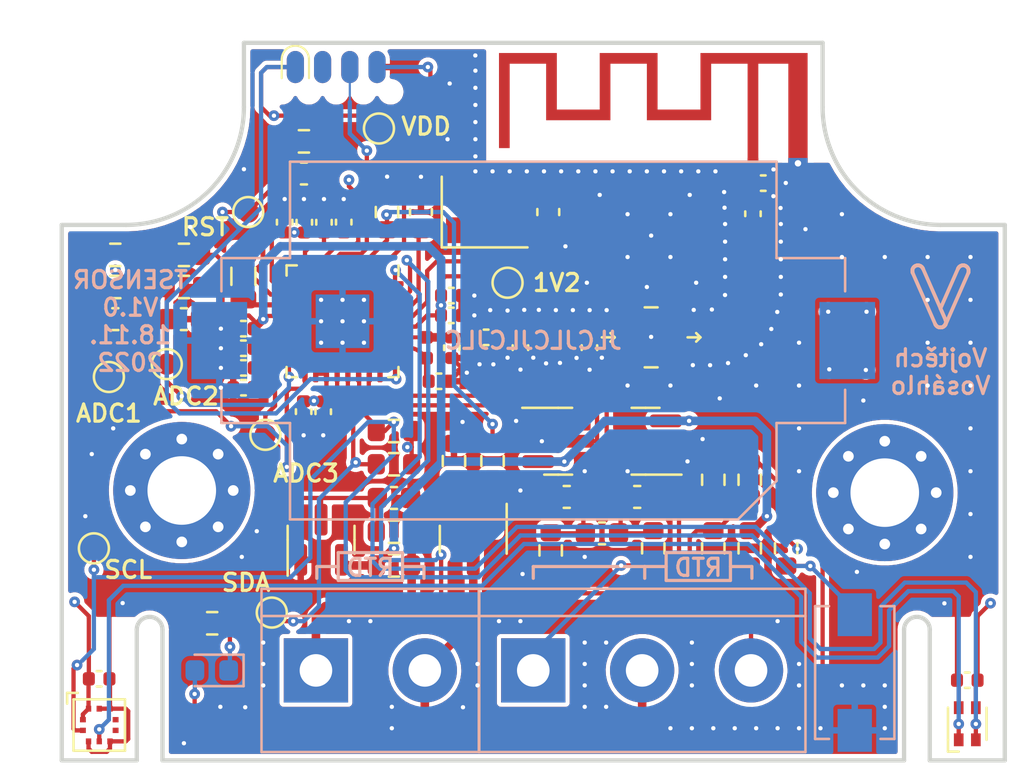
<source format=kicad_pcb>
(kicad_pcb (version 20211014) (generator pcbnew)
  (layers (0 "F.Cu" signal) (1 "In1.Cu" signal) (2 "In2.Cu" signal) (31 "B.Cu" signal) (34 "B.Paste" user) (35 "F.Paste" user) (36 "B.SilkS" user "B.Silkscreen") (37 "F.SilkS" user "F.Silkscreen") (38 "B.Mask" user) (39 "F.Mask" user) (44 "Edge.Cuts" user))
  (net 0 "")
  (net 1 "Net-(C1-Pad1)")
  (net 2 "GND")
  (net 3 "Net-(C2-Pad1)")
  (net 4 "+1V2")
  (net 5 "/~{RST}")
  (net 6 "Net-(C7-Pad1)")
  (net 7 "VDD")
  (net 8 "/ADC1")
  (net 9 "Net-(C13-Pad1)")
  (net 10 "Net-(C19-Pad1)")
  (net 11 "Net-(C21-Pad1)")
  (net 12 "/PGA+")
  (net 13 "/PGA-")
  (net 14 "/SENSOR_PWR")
  (net 15 "/ADC3")
  (net 16 "/ADC2")
  (net 17 "Net-(D1-Pad1)")
  (net 18 "/LED")
  (net 19 "Net-(Q1-Pad1)")
  (net 20 "Net-(Q1-Pad2)")
  (net 21 "/GND_RTD")
  (net 22 "/BTN")
  (net 23 "/I2C_SCL")
  (net 24 "/I2C_SDA")
  (net 25 "Net-(R13-Pad2)")
  (net 26 "Net-(R10-Pad2)")
  (net 27 "/RTD_ON")
  (net 28 "Net-(R13-Pad1)")
  (net 29 "Net-(J4-Pad1)")
  (net 30 "/SWM")
  (net 33 "/SWS")
  (net 34 "Net-(L1-Pad2)")
  (net 35 "Net-(L1-Pad1)")
  (net 43 "Net-(C22-Pad2)")
  (net 44 "Net-(C20-Pad1)")
  (net 45 "Net-(AE1-Pad1)")
  (net 46 "Net-(C18-Pad1)")
  (footprint "Capacitor_SMD:C_0402_1005Metric" (layer "F.Cu") (at 176.15 91.48 90)
    (fp_text reference "C18" hide)
    (fp_text value "100p")
  )
  (footprint "Capacitor_SMD:C_0402_1005Metric" (layer "F.Cu") (at 152.374536 97.758963 180)
    (fp_text reference "C6" hide)
    (fp_text value "100n")
  )
  (footprint "Capacitor_SMD:C_0603_1608Metric" (layer "F.Cu") (at 159.4 104.75)
    (fp_text reference "C31" hide)
    (fp_text value "100n")
  )
  (footprint "Capacitor_SMD:C_0402_1005Metric" (layer "F.Cu") (at 162.099999 97.735 -90)
    (fp_text reference "C21" hide)
    (fp_text value "2p7")
  )
  (footprint "Capacitor_SMD:C_0402_1005Metric" (layer "F.Cu") (at 165.300001 97.73 -90)
    (fp_text reference "C23" hide)
    (fp_text value "2p")
  )
  (footprint "Capacitor_SMD:C_0402_1005Metric" (layer "F.Cu") (at 157.056411 91.870086 90)
    (fp_text reference "C15" hide)
    (fp_text value "100n")
  )
  (footprint "Capacitor_SMD:C_0402_1005Metric" (layer "F.Cu") (at 156.134793 91.876173 90)
    (fp_text reference "C13" hide)
    (fp_text value "1u")
  )
  (footprint "TestPoint:TestPoint_Pad_D1.0mm" (layer "F.Cu") (at 145.4 107.1 180)
    (fp_text reference "TP4" hide)
    (fp_text value "SCL")
  )
  (footprint "Resistor_SMD:R_0603_1608Metric" (layer "F.Cu") (at 174.3 103.9 90)
    (fp_text reference "R17" hide)
    (fp_text value "1k 0.1%")
  )
  (footprint "Capacitor_SMD:C_0603_1608Metric" (layer "F.Cu") (at 149.6 96.4)
    (fp_text reference "C32" hide)
    (fp_text value "100n")
  )
  (footprint "MountingHole:MountingHole_3.2mm_M3_Pad_Via" (layer "F.Cu") (at 182.3 104.5)
    (fp_text reference "H2" hide)
    (fp_text value "MountingHole")
  )
  (footprint "Capacitor_SMD:C_0402_1005Metric" (layer "F.Cu") (at 152.379272 99.6 180)
    (fp_text reference "C9" hide)
    (fp_text value "1u")
  )
  (footprint "Capacitor_SMD:C_0402_1005Metric" (layer "F.Cu") (at 162.077306 95.298807)
    (fp_text reference "C5" hide)
    (fp_text value "2u2")
  )
  (footprint "Inductor_SMD:L_0402_1005Metric" (layer "F.Cu") (at 160.9 97.735 90)
    (fp_text reference "L2" hide)
    (fp_text value "1n3")
  )
  (footprint "Capacitor_SMD:C_0402_1005Metric" (layer "F.Cu") (at 186.15 113.25757 180)
    (fp_text reference "C30" hide)
    (fp_text value "100n")
  )
  (footprint "Package_DFN_QFN:QFN-32-1EP_5x5mm_P0.5mm_EP3.6x3.6mm_ThermalVias" (layer "F.Cu") (at 157 96.5 -90)
    (fp_text reference "U1" hide)
    (fp_text value "TLSR8258")
  )
  (footprint "sensirion:SHT40" (layer "F.Cu") (at 186.15 115.29 90)
    (fp_text reference "U2" hide)
    (fp_text value "SHT40")
  )
  (footprint "Resistor_SMD:R_0603_1608Metric" (layer "F.Cu") (at 149.6 93.4 180)
    (fp_text reference "R20" hide)
    (fp_text value "1M")
  )
  (footprint "Capacitor_SMD:C_0603_1608Metric" (layer "F.Cu") (at 146.4 96.4)
    (fp_text reference "C11" hide)
    (fp_text value "100n")
  )
  (footprint "Capacitor_SMD:C_0402_1005Metric" (layer "F.Cu") (at 156.1 100.722624 -90)
    (fp_text reference "C16" hide)
    (fp_text value "1u")
  )
  (footprint "TestPoint:TestPoint_Pad_D1.0mm" (layer "F.Cu") (at 153.4 101.8)
    (fp_text reference "TP6" hide)
    (fp_text value "ADC3")
  )
  (footprint "Resistor_SMD:R_0603_1608Metric" (layer "F.Cu") (at 149.6 94.9)
    (fp_text reference "R21" hide)
    (fp_text value "1M")
  )
  (footprint "Capacitor_SMD:C_0402_1005Metric" (layer "F.Cu") (at 168.52 97.73 -90)
    (fp_text reference "C20" hide)
    (fp_text value "0p5")
  )
  (footprint "Resistor_SMD:R_0603_1608Metric" (layer "F.Cu") (at 159.075 91.4 90)
    (fp_text reference "R11" hide)
    (fp_text value "1M")
  )
  (footprint "Capacitor_SMD:C_0603_1608Metric" (layer "F.Cu") (at 155.2 89.6)
    (fp_text reference "C4" hide)
    (fp_text value "100n")
  )
  (footprint "Package_TO_SOT_SMD:SOT-23" (layer "F.Cu") (at 156 106.7 90)
    (fp_text reference "D4" hide)
    (fp_text value "BAV99")
  )
  (footprint "Capacitor_SMD:C_0402_1005Metric" (layer "F.Cu") (at 162.075 96.225)
    (fp_text reference "C3" hide)
    (fp_text value "100n")
  )
  (footprint "Resistor_SMD:R_0603_1608Metric" (layer "F.Cu") (at 162.2 103.025 90)
    (fp_text reference "R16" hide)
    (fp_text value "1k")
  )
  (footprint "Capacitor_SMD:C_0402_1005Metric" (layer "F.Cu") (at 163.7 97.25)
    (fp_text reference "C22" hide)
    (fp_text value "220p")
  )
  (footprint "Package_TO_SOT_SMD:SOT-23" (layer "F.Cu") (at 171.14 102.1 180)
    (fp_text reference "D3" hide)
    (fp_text value "BAV99")
  )
  (footprint "Capacitor_SMD:C_0603_1608Metric" (layer "F.Cu") (at 169.10625 106.4)
    (fp_text reference "C26" hide)
    (fp_text value "100n")
  )
  (footprint "Resistor_SMD:R_0603_1608Metric" (layer "F.Cu") (at 174.3 107.1 90)
    (fp_text reference "R13" hide)
    (fp_text value "1k 0.1%")
  )
  (footprint "Capacitor_SMD:C_0402_1005Metric" (layer "F.Cu") (at 152.377588 98.676164 180)
    (fp_text reference "C7" hide)
    (fp_text value "100n")
  )
  (footprint "Inductor_SMD:L_0805_2012Metric" (layer "F.Cu") (at 152.375 94.4 90)
    (fp_text reference "L1" hide)
    (fp_text value "47u")
  )
  (footprint "Capacitor_SMD:C_0402_1005Metric" (layer "F.Cu") (at 145.644014 113.192664)
    (fp_text reference "C28" hide)
    (fp_text value "100n")
  )
  (footprint "Resistor_SMD:R_0603_1608Metric" (layer "F.Cu") (at 155.2 88.1 180)
    (fp_text reference "R1" hide)
    (fp_text value "100k")
  )
  (footprint "Resistor_SMD:R_0603_1608Metric" (layer "F.Cu") (at 146.4 93.4)
    (fp_text reference "R5" hide)
    (fp_text value "1M")
  )
  (footprint "TestPoint:TestPoint_Pad_D1.0mm" (layer "F.Cu") (at 146.1 99.1)
    (fp_text reference "TP7" hide)
    (fp_text value "ADC1")
  )
  (footprint "MountingHole:MountingHole_3.2mm_M3_Pad_Via" (layer "F.Cu") (at 149.5 104.4)
    (fp_text reference "H1" hide)
    (fp_text value "MountingHole")
  )
  (footprint "soicbite:SOIC_clipProgSmall" (layer "F.Cu") (at 156.705 83.88 180)
    (fp_text reference "J5" hide)
    (fp_text value "SOIC bite")
  )
  (footprint "RF_Antenna:Texas_SWRA117D_2.4GHz_Left" (layer "F.Cu") (at 176.15 89.125)
    (fp_text reference "AE1" hide)
    (fp_text value "Antenna_Shield")
  )
  (footprint "Resistor_SMD:R_0603_1608Metric" (layer "F.Cu") (at 176 107.1 -90)
    (fp_text reference "R15" hide)
    (fp_text value "1k")
  )
  (footprint "Capacitor_SMD:C_0603_1608Metric" (layer "F.Cu") (at 160.659441 91.4 90)
    (fp_text reference "C2" hide)
    (fp_text value "10p")
  )
  (footprint "Resistor_SMD:R_0603_1608Metric" (layer "F.Cu") (at 177.7 107.1 -90)
    (fp_text reference "R2" hide)
    (fp_text value "100k")
  )
  (footprint "Capacitor_SMD:C_0603_1608Metric" (layer "F.Cu") (at 170.75 104.7)
    (fp_text reference "C27" hide)
    (fp_text value "100n")
  )
  (footprint "Capacitor_SMD:C_0603_1608Metric" (layer "F.Cu") (at 167.4625 104.7)
    (fp_text reference "C25" hide)
    (fp_text value "100n")
  )
  (footprint "Resistor_SMD:R_0603_1608Metric" (layer "F.Cu") (at 166.7125 107.2 -90)
    (fp_text reference "R9" hide)
    (fp_text value "100k")
  )
  (footprint "Capacitor_SMD:C_0402_1005Metric" (layer "F.Cu") (at 154.3 91.872403 90)
    (fp_text reference "C10" hide)
    (fp_text value "100n")
  )
  (footprint "Capacitor_SMD:C_0402_1005Metric" (layer "F.Cu") (at 155.185478 100.716648 -90)
    (fp_text reference "C14" hide)
    (fp_text value "100n")
  )
  (footprint "Resistor_SMD:R_0603_1608Metric" (layer "F.Cu") (at 159.4 107.9)
    (fp_text reference "R19" hide)
    (fp_text value "1k")
  )
  (footprint "Capacitor_SMD:C_0603_1608Metric" (layer "F.Cu") (at 166.6 91.4 -90)
    (fp_text reference "C1" hide)
    (fp_text value "10p")
  )
  (footprint "Capacitor_SMD:C_0402_1005Metric" (layer "F.Cu") (at 161.5 99.3)
    (fp_text reference "C19" hide)
    (fp_text value "18p")
  )
  (footprint "murrata:MM8130-2600" (layer "F.Cu") (at 171.4 97.25 90)
    (fp_text reference "TP11" hide)
    (fp_text value "MM8130-2600")
  )
  (footprint "TestPoint:TestPoint_Pad_D1.0mm" (layer "F.Cu") (at 148.8 98.5)
    (fp_text reference "TP8" hide)
    (fp_text value "ADC2")
  )
  (footprint "Capacitor_SMD:C_0402_1005Metric" (layer "F.Cu") (at 176.63 90.05)
    (fp_text reference "C17" hide)
    (fp_text value "1p")
  )
  (footprint "Package_TO_SOT_SMD:SOT-23" (layer "F.Cu") (at 167.0625 102.1)
    (fp_text reference "D2" hide)
    (fp_text value "BAV99")
  )
  (footprint "Inductor_SMD:L_0402_1005Metric" (layer "F.Cu") (at 166.92 97.25)
    (fp_text reference "L3" hide)
    (fp_text value "3n3")
  )
  (footprint "Resistor_SMD:R_0603_1608Metric" (layer "F.Cu") (at 171.5 107.1 -90)
    (fp_text reference "R10" hide)
    (fp_text value "100k")
  )
  (footprint "Resistor_SMD:R_0603_1608Metric" (layer "F.Cu") (at 164 103.025 -90)
    (fp_text reference "R12" hide)
    (fp_text value "470R")
  )
  (footprint "Resistor_SMD:R_0603_1608Metric" (layer "F.Cu") (at 176 103.9 90)
    (fp_text reference "R14" hide)
    (fp_text value "1k 0.1%")
  )
  (footprint "TestPoint:TestPoint_Pad_D1.0mm" (layer "F.Cu") (at 153.7 110.1 180)
    (fp_text reference "TP5" hide)
    (fp_text value "SDA")
  )
  (footprint "TestPoint:TestPoint_Pad_D1.0mm" (layer "F.Cu") (at 158.7 87.5 180)
    (fp_text reference "TP10" hide)
    (fp_text value "VDD")
  )
  (footprint "Resistor_SMD:R_0603_1608Metric" (layer "F.Cu") (at 159.4 103.175 180)
    (fp_text reference "R7" hide)
    (fp_text value "10k")
  )
  (footprint "Package_TO_SOT_SMD:SOT-23" (layer "F.Cu") (at 163.1 106.7 -90)
    (fp_text reference "Q1" hide)
    (fp_text value "2N7002")
  )
  (footprint "Capacitor_SMD:C_0402_1005Metric" (layer "F.Cu") (at 155.216441 91.875 90)
    (fp_text reference "C12" hide)
    (fp_text value "1u")
  )
  (footprint "TestPoint:TestPoint_Pad_D1.0mm" (layer "F.Cu") (at 152.6 91.4 180)
    (fp_text reference "TP2" hide)
    (fp_text value "RST")
  )
  (footprint "Resistor_SMD:R_0603_1608Metric" (layer "F.Cu") (at 146.4 94.9 180)
    (fp_text reference "R4" hide)
    (fp_text value "2M2")
  )
  (footprint "Resistor_SMD:R_0603_1608Metric" (layer "F.Cu") (at 150.919491 110.6)
    (fp_text reference "R3" hide)
    (fp_text value "1k")
  )
  (footprint "TestPoint:TestPoint_Pad_D1.0mm" (layer "F.Cu") (at 164.7 94.7 -90)
    (fp_text reference "TP9" hide)
    (fp_text value "1V2")
  )
  (footprint "Capacitor_SMD:C_0402_1005Metric" (layer "F.Cu") (at 152.375 96.844312 180)
    (fp_text reference "C8" hide)
    (fp_text value "1u")
  )
  (footprint "bosh:BMP390" (layer "F.Cu") (at 145.65 115.35 90)
    (fp_text reference "U3" hide)
    (fp_text value "BMP390")
  )
  (footprint "Resistor_SMD:R_0603_1608Metric" (layer "F.Cu") (at 159.4 106.325)
    (fp_text reference "R18" hide)
    (fp_text value "100k")
  )
  (footprint "Crystal:Crystal_SMD_3225-4Pin_3.2x2.5mm" (layer "F.Cu") (at 163.630151 91.4)
    (fp_text reference "Y1" hide)
    (fp_text value "24MHz")
  )
  (footprint "Resistor_SMD:R_0603_1608Metric" (layer "F.Cu") (at 159.4 101.625 180)
    (fp_text reference "R6" hide)
    (fp_text value "10k")
  )
  (footprint "Button_Switch_SMD:SW_SPST_EVQPE1" (layer "B.Cu") (at 180.9 112.9 90)
    (fp_text reference "SW1" hide)
    (fp_text value "SW_Push")
  )
  (footprint "Battery:BatteryHolder_Keystone_1060_1x2032" (layer "B.Cu") (at 165.9 97.4 180)
    (fp_text reference "BT1" hide)
    (fp_text value "CR2032-BS-6-1")
  )
  (footprint "TerminalBlock:TerminalBlock_bornier-2_P5.08mm" (layer "B.Cu") (at 155.76 112.8)
    (fp_text reference "J4" hide)
    (fp_text value "RTD 2W")
  )
  (footprint "TerminalBlock:TerminalBlock_bornier-3_P5.08mm" (layer "B.Cu") (at 165.9 112.8)
    (fp_text reference "J2" hide)
    (fp_text value "3W RTD")
  )
  (footprint "LED_SMD:LED_0603_1608Metric" (layer "B.Cu") (at 150.899491 112.8 180)
    (fp_text reference "D1" hide)
    (fp_text value "RED")
  )
  (gr_line (start 183.793978 93.891937) (end 183.798742 93.891014) (layer "B.SilkS") (width 0.098115))
  (gr_line (start 185.771527 93.962146) (end 185.785478 93.949266) (layer "B.SilkS") (width 0.098115))
  (gr_line (start 183.816238 93.888415) (end 183.816238 93.888415) (layer "B.SilkS") (width 0.098115))
  (gr_line (start 184.830316 96.781287) (end 184.825778 96.780136) (layer "B.SilkS") (width 0.098115))
  (gr_line (start 184.028468 93.962151) (end 184.030707 93.964407) (layer "B.SilkS") (width 0.098115))
  (gr_line (start 160.8 107.95) (end 160.8 108.5) (layer "B.SilkS") (width 0.15))
  (gr_line (start 183.902446 93.893072) (end 183.907007 93.894142) (layer "B.SilkS") (width 0.098115))
  (gr_line (start 185.735325 94.007262) (end 185.730208 94.015681) (layer "B.SilkS") (width 0.1722))
  (gr_line (start 183.585568 94.128587) (end 183.585944 94.123884) (layer "B.SilkS") (width 0.098115))
  (gr_line (start 185.042744 96.74056) (end 185.053119 96.732837) (layer "B.SilkS") (width 0.1722))
  (gr_line (start 185.068525 96.733281) (end 185.075953 96.727229) (layer "B.SilkS") (width 0.1722))
  (gr_line (start 184.653939 96.633037) (end 184.653939 96.633037) (layer "B.SilkS") (width 0.098115))
  (gr_line (start 183.866865 93.887653) (end 183.854288 93.886922) (layer "B.SilkS") (width 0.1722))
  (gr_line (start 184.786117 96.766176) (end 184.786117 96.766176) (layer "B.SilkS") (width 0.098115))
  (gr_line (start 183.816234 93.888447) (end 183.803512 93.890222) (layer "B.SilkS") (width 0.1722))
  (gr_line (start 184.909628 96.788658) (end 184.919232 96.788428) (layer "B.SilkS") (width 0.1722))
  (gr_line (start 184.722817 96.726207) (end 184.732578 96.734172) (layer "B.SilkS") (width 0.1722))
  (gr_line (start 183.749886 93.905048) (end 183.753001 93.90384) (layer "B.SilkS") (width 0.098115))
  (gr_line (start 155.8 107.95) (end 155.8 108.5) (layer "B.SilkS") (width 0.15))
  (gr_line (start 185.971037 93.887306) (end 185.964686 93.886975) (layer "B.SilkS") (width 0.1722))
  (gr_line (start 183.593055 94.211015) (end 183.591887 94.206267) (layer "B.SilkS") (width 0.098115))
  (gr_line (start 183.651628 93.973059) (end 183.65376 93.970722) (layer "B.SilkS") (width 0.098115))
  (gr_line (start 183.784464 93.894059) (end 183.789218 93.892952) (layer "B.SilkS") (width 0.098115))
  (gr_line (start 159.8 107.3) (end 159.8 108.6) (layer "B.SilkS") (width 0.15))
  (gr_line (start 184.064672 94.007263) (end 184.05742 93.99643) (layer "B.SilkS") (width 0.1722))
  (gr_line (start 186.202366 94.226833) (end 186.206108 94.214225) (layer "B.SilkS") (width 0.1722))
  (gr_line (start 185.145725 96.587115) (end 185.148249 96.574869) (layer "B.SilkS") (width 0.1722))
  (gr_line (start 183.723982 93.916925) (end 183.728429 93.914645) (layer "B.SilkS") (width 0.098115))
  (gr_line (start 183.819418 93.88807) (end 183.822596 93.887762) (layer "B.SilkS") (width 0.098115))
  (gr_line (start 183.591601 94.08834) (end 183.592323 94.085302) (layer "B.SilkS") (width 0.098115))
  (gr_line (start 184.908382 96.788191) (end 184.921099 96.787055) (layer "B.SilkS") (width 0.1722))
  (gr_line (start 183.597623 94.22683) (end 183.602036 94.239358) (layer "B.SilkS") (width 0.1722))
  (gr_line (start 184.899991 96.788531) (end 184.909628 96.788658) (layer "B.SilkS") (width 0.1722))
  (gr_line (start 185.725377 94.024349) (end 185.72084 94.033263) (layer "B.SilkS") (width 0.1722))
  (gr_line (start 184.669219 96.662612) (end 184.665091 96.655474) (layer "B.SilkS") (width 0.098115))
  (gr_line (start 183.674309 93.950798) (end 183.676742 93.948711) (layer "B.SilkS") (width 0.098115))
  (gr_line (start 184.720435 96.724094) (end 184.718074 96.721993) (layer "B.SilkS") (width 0.098115))
  (gr_line (start 184.679912 96.679071) (end 184.687636 96.689446) (layer "B.SilkS") (width 0.1722))
  (gr_line (start 185.785479 93.949293) (end 185.778397 93.955594) (layer "B.SilkS") (width 0.1722))
  (gr_line (start 184.695809 96.699355) (end 184.704412 96.708791) (layer "B.SilkS") (width 0.1722))
  (gr_line (start 183.60713 94.251783) (end 183.60713 94.251783) (layer "B.SilkS") (width 0.1722))
  (gr_line (start 186.214908 94.138076) (end 186.214176 94.125499) (layer "B.SilkS") (width 0.1722))
  (gr_line (start 184.753112 96.748518) (end 184.753112 96.748518) (layer "B.SilkS") (width 0.098115))
  (gr_line (start 184.883042 96.788548) (end 184.87989 96.788418) (layer "B.SilkS") (width 0.098115))
  (gr_line (start 183.585469 94.163411) (end 183.586605 94.176128) (layer "B.SilkS") (width 0.1722))
  (gr_line (start 175.1 107.3) (end 175.1 108.6) (layer "B.SilkS") (width 0.15))
  (gr_line (start 183.765527 93.899421) (end 183.765527 93.899421) (layer "B.SilkS") (width 0.098115))
  (gr_line (start 183.756124 93.902672) (end 183.759253 93.901546) (layer "B.SilkS") (width 0.098115))
  (gr_line (start 183.660335 93.963856) (end 183.662585 93.961617) (layer "B.SilkS") (width 0.098115))
  (gr_line (start 184.083389 94.04242) (end 184.077678 94.030266) (layer "B.SilkS") (width 0.1722))
  (gr_line (start 184.794724 96.769831) (end 184.791841 96.768647) (layer "B.SilkS") (width 0.098115))
  (gr_line (start 185.08988 96.697655) (end 185.097844 96.687894) (layer "B.SilkS") (width 0.1722))
  (gr_line (start 184.886198 96.788639) (end 184.883042 96.788548) (layer "B.SilkS") (width 0.098115))
  (gr_line (start 183.585075 94.138027) (end 183.585278 94.133301) (layer "B.SilkS") (width 0.098115))
  (gr_line (start 184.041523 93.976121) (end 184.043607 93.978552) (layer "B.SilkS") (width 0.098115))
  (gr_line (start 183.597417 94.067288) (end 183.598391 94.064326) (layer "B.SilkS") (width 0.098115))
  (gr_line (start 183.602035 94.239307) (end 183.602035 94.239307) (layer "B.SilkS") (width 0.098115))
  (gr_line (start 186.002841 93.891322) (end 186.00919 93.892615) (layer "B.SilkS") (width 0.098115))
  (gr_line (start 183.637108 93.990687) (end 183.640461 93.986326) (layer "B.SilkS") (width 0.098115))
  (gr_line (start 184.966443 96.782038) (end 184.975658 96.779737) (layer "B.SilkS") (width 0.1722))
  (gr_line (start 183.992069 93.932059) (end 183.994645 93.933841) (layer "B.SilkS") (width 0.098115))
  (gr_line (start 184.833358 96.782052) (end 184.845603 96.784577) (layer "B.SilkS") (width 0.1722))
  (gr_line (start 183.607135 94.251741) (end 183.607135 94.251741) (layer "B.SilkS") (width 0.098115))
  (gr_line (start 159.8 107.95) (end 160.8 107.95) (layer "B.SilkS") (width 0.15))
  (gr_line (start 172.1 108.6) (end 172.1 107.3) (layer "B.SilkS") (width 0.15))
  (gr_line (start 183.594316 94.215756) (end 183.593055 94.211015) (layer "B.SilkS") (width 0.098115))
  (gr_line (start 183.600301 94.234621) (end 183.598662 94.229921) (layer "B.SilkS") (width 0.098115))
  (gr_line (start 185.053124 96.732839) (end 185.04275 96.740562) (layer "B.SilkS") (width 0.1722))
  (gr_line (start 183.587582 94.109859) (end 183.588295 94.105214) (layer "B.SilkS") (width 0.098115))
  (gr_line (start 183.588295 94.105214) (end 183.58909 94.100587) (layer "B.SilkS") (width 0.098115))
  (gr_line (start 184.812303 96.776202) (end 184.809341 96.77523) (layer "B.SilkS") (width 0.098115))
  (gr_line (start 184.661164 96.648164) (end 184.657445 96.640684) (layer "B.SilkS") (width 0.098115))
  (gr_line (start 184.921099 96.787055) (end 184.933821 96.78528) (layer "B.SilkS") (width 0.1722))
  (gr_line (start 184.895692 96.788668) (end 184.895692 96.788668) (layer "B.SilkS") (width 0.098115))
  (gr_line (start 183.669529 93.955047) (end 183.671905 93.952909) (layer "B.SilkS") (width 0.098115))
  (gr_line (start 184.984329 96.771624) (end 184.996754 96.76653) (layer "B.SilkS") (width 0.1722))
  (gr_line (start 183.835303 93.886935) (end 183.838477 93.886826) (layer "B.SilkS") (width 0.098115))
  (gr_line (start 184.004755 93.94133) (end 183.99465 93.933872) (layer "B.SilkS") (width 0.1722))
  (gr_line (start 184.960804 96.779322) (end 184.954748 96.780912) (layer "B.SilkS") (width 0.1722))
  (gr_line (start 184.765202 96.755704) (end 184.761131 96.753383) (layer "B.SilkS") (width 0.098115))
  (gr_line (start 185.00268 96.770855) (end 185.011448 96.767246) (layer "B.SilkS") (width 0.1722))
  (gr_line (start 183.705421 93.92769) (end 183.694589 93.934942) (layer "B.SilkS") (width 0.1722))
  (gr_line (start 186.14408 93.968423) (end 186.152543 93.977819) (layer "B.SilkS") (width 0.098115))
  (gr_line (start 184.691673 96.694418) (end 184.689645 96.691927) (layer "B.SilkS") (width 0.098115))
  (gr_line (start 184.797621 96.770981) (end 184.794724 96.769831) (layer "B.SilkS") (width 0.098115))
  (gr_line (start 184.899991 96.788531) (end 184.899991 96.788531) (layer "B.SilkS") (width 0.1722))
  (gr_line (start 183.844813 93.886729) (end 183.847976 93.886739) (layer "B.SilkS") (width 0.098115))
  (gr_line (start 183.684215 93.942613) (end 183.684215 93.942613) (layer "B.SilkS") (width 0.098115))
  (gr_line (start 184.853318 96.785813) (end 184.84868 96.785073) (layer "B.SilkS") (width 0.098115))
  (gr_line (start 184.73759 96.737916) (end 184.733825 96.735085) (layer "B.SilkS") (width 0.098115))
  (gr_line (start 185.746381 93.991184) (end 185.740719 93.999095) (layer "B.SilkS") (width 0.1722))
  (gr_line (start 184.938316 96.786866) (end 184.919242 96.788385) (layer "B.SilkS") (width 0.098115))
  (gr_line (start 184.693729 96.696879) (end 184.691673 96.694418) (layer "B.SilkS") (width 0.098115))
  (gr_line (start 183.584984 94.141182) (end 183.585075 94.138027) (layer "B.SilkS") (width 0.098115))
  (gr_line (start 185.151864 96.512091) (end 185.150727 96.499373) (layer "B.SilkS") (width 0.1722))
  (gr_line (start 183.681694 93.944617) (end 183.684215 93.942613) (layer "B.SilkS") (width 0.098115))
  (gr_line (start 185.72084 94.033263) (end 185.716608 94.042419) (layer "B.SilkS") (width 0.1722))
  (gr_line (start 186.01553 93.894071) (end 186.021857 93.895693) (layer "B.SilkS") (width 0.098115))
  (gr_line (start 183.813056 93.888796) (end 183.816238 93.888415) (layer "B.SilkS") (width 0.098115))
  (gr_line (start 184.058351 93.99773) (end 184.061105 94.001761) (layer "B.SilkS") (width 0.098115))
  (gr_line (start 185.958355 93.886774) (end 185.958355 93.886774) (layer "B.SilkS") (width 0.098115))
  (gr_line (start 184.711135 96.715507) (end 184.70887 96.713284) (layer "B.SilkS") (width 0.098115))
  (gr_line (start 184.899991 95.900027) (end 184.899991 95.900027) (layer "B.SilkS") (width 0.1722))
  (gr_line (start 185.137152 96.651401) (end 185.141759 96.642367) (layer "B.SilkS") (width 0.1722))
  (gr_line (start 184.055531 93.993763) (end 184.058351 93.99773) (layer "B.SilkS") (width 0.098115))
  (gr_line (start 184.722819 96.726164) (end 184.720435 96.724094) (layer "B.SilkS") (width 0.098115))
  (gr_line (start 184.870463 96.787806) (end 184.867331 96.787528) (layer "B.SilkS") (width 0.098115))
  (gr_line (start 185.977394 93.887795) (end 185.971037 93.887306) (layer "B.SilkS") (width 0.1722))
  (gr_line (start 183.994645 93.933841) (end 183.994645 93.933841) (layer "B.SilkS") (width 0.098115))
  (gr_line (start 184.84868 96.785073) (end 184.844059 96.78425) (layer "B.SilkS") (width 0.098115))
  (gr_line (start 184.045664 93.981013) (end 184.047694 93.983503) (layer "B.SilkS") (width 0.098115))
  (gr_line (start 184.946526 96.782857) (end 184.959193 96.779779) (layer "B.SilkS") (width 0.1722))
  (gr_line (start 185.716602 94.042392) (end 185.716602 94.042392) (layer "B.SilkS") (width 0.098115))
  (gr_line (start 183.832127 93.887084) (end 183.835303 93.886935) (layer "B.SilkS") (width 0.098115))
  (gr_line (start 183.984227 93.926911) (end 183.984227 93.926911) (layer "B.SilkS") (width 0.098115))
  (gr_line (start 183.798742 93.891014) (end 183.80351 93.890182) (layer "B.SilkS") (width 0.098115))
  (gr_line (start 186.083294 93.920901) (end 186.094576 93.927661) (layer "B.SilkS") (width 0.098115))
  (gr_line (start 183.816238 93.888415) (end 183.819418 93.88807) (layer "B.SilkS") (width 0.098115))
  (gr_line (start 183.976206 93.922047) (end 183.984227 93.926911) (layer "B.SilkS") (width 0.098115))
  (gr_line (start 183.994645 93.933841) (end 183.998474 93.936578) (layer "B.SilkS") (width 0.098115))
  (gr_line (start 184.083384 94.042392) (end 184.9 95.9) (layer "B.SilkS") (width 0.098115))
  (gr_line (start 185.143459 96.461277) (end 185.146537 96.473944) (layer "B.SilkS") (width 0.1722))
  (gr_line (start 183.903975 93.89345) (end 183.89173 93.890925) (layer "B.SilkS") (width 0.1722))
  (gr_line (start 183.984222 93.92693) (end 183.973493 93.920511) (layer "B.SilkS") (width 0.1722))
  (gr_line (start 185.911342 93.890382) (end 185.902119 93.89211) (layer "B.SilkS") (width 0.1722))
  (gr_line (start 183.592323 94.085302) (end 183.593082 94.082273) (layer "B.SilkS") (width 0.098115))
  (gr_line (start 186.187215 94.029852) (end 186.192562 94.041121) (layer "B.SilkS") (width 0.098115))
  (gr_line (start 184.687636 96.689446) (end 184.695809 96.699355) (layer "B.SilkS") (width 0.1722))
  (gr_line (start 183.607435 94.041148) (end 183.602635 94.052654) (layer "B.SilkS") (width 0.1722))
  (gr_line (start 183.591601 94.08834) (end 183.591601 94.08834) (layer "B.SilkS") (width 0.098115))
  (gr_line (start 184.984775 96.777104) (end 184.993786 96.774142) (layer "B.SilkS") (width 0.1722))
  (gr_line (start 186.192858 94.251786) (end 186.192858 94.251786) (layer "B.SilkS") (width 0.1722))
  (gr_line (start 183.585075 94.138027) (end 183.585075 94.138027) (layer "B.SilkS") (width 0.098115))
  (gr_line (start 185.103471 96.700165) (end 185.109757 96.692703) (layer "B.SilkS") (width 0.1722))
  (gr_line (start 185.150727 96.499373) (end 185.148952 96.486652) (layer "B.SilkS") (width 0.1722))
  (gr_line (start 184.809341 96.77523) (end 184.809341 96.77523) (layer "B.SilkS") (width 0.098115))
  (gr_line (start 184.9 95.9) (end 185.716602 94.042392) (layer "B.SilkS") (width 0.098115))
  (gr_line (start 183.684215 93.942613) (end 183.686765 93.94064) (layer "B.SilkS") (width 0.098115))
  (gr_line (start 183.973493 93.920511) (end 183.962483 93.914623) (layer "B.SilkS") (width 0.1722))
  (gr_line (start 183.731428 93.913165) (end 183.734453 93.911717) (layer "B.SilkS") (width 0.098115))
  (gr_line (start 185.130209 96.423716) (end 185.135303 96.436142) (layer "B.SilkS") (width 0.1722))
  (gr_line (start 183.599401 94.061377) (end 183.600445 94.05844) (layer "B.SilkS") (width 0.098115))
  (gr_line (start 183.58909 94.100587) (end 183.589665 94.097513) (layer "B.SilkS") (width 0.098115))
  (gr_line (start 186.015521 93.894098) (end 186.009181 93.892641) (layer "B.SilkS") (width 0.1722))
  (gr_line (start 186.115773 93.942663) (end 186.105399 93.93494) (layer "B.SilkS") (width 0.1722))
  (gr_line (start 184.061105 94.001761) (end 184.063791 94.005856) (layer "B.SilkS") (width 0.098115))
  (gr_line (start 183.595671 94.220488) (end 183.594316 94.215756) (layer "B.SilkS") (width 0.098115))
  (gr_line (start 184.083384 94.042392) (end 184.083384 94.042392) (layer "B.SilkS") (width 0.098115))
  (gr_line (start 183.584934 94.144341) (end 183.584984 94.141182) (layer "B.SilkS") (width 0.098115))
  (gr_line (start 183.82895 93.887269) (end 183.82895 93.887269) (layer "B.SilkS") (width 0.098115))
  (gr_line (start 184.912156 96.787858) (end 184.90607 96.788266) (layer "B.SilkS") (width 0.1722))
  (gr_line (start 183.80351 93.890182) (end 183.80669 93.889679) (layer "B.SilkS") (width 0.098115))
  (gr_line (start 183.841643 93.886805) (end 183.828951 93.887311) (layer "B.SilkS") (width 0.1722))
  (gr_line (start 185.990125 93.889223) (end 185.996485 93.890192) (layer "B.SilkS") (width 0.098115))
  (gr_line (start 183.942603 93.905598) (end 183.951214 93.909252) (layer "B.SilkS") (width 0.098115))
  (gr_line (start 183.951214 93.909252) (end 183.959691 93.913213) (layer "B.SilkS") (width 0.098115))
  (gr_line (start 185.097844 96.687894) (end 185.105302 96.677789) (layer "B.SilkS") (width 0.1722))
  (gr_line (start 184.6659 96.656958) (end 184.67266 96.668239) (layer "B.SilkS") (width 0.1722))
  (gr_line (start 184.761131 96.753383) (end 184.757101 96.750987) (layer "B.SilkS") (width 0.098115))
  (gr_line (start 184.867331 96.787528) (end 184.864206 96.787213) (layer "B.SilkS") (width 0.098115))
  (gr_line (start 184.919242 96.788385) (end 184.900002 96.788489) (layer "B.SilkS") (width 0.098115))
  (gr_line (start 183.884005 93.889616) (end 183.888643 93.890355) (layer "B.SilkS") (width 0.098115))
  (gr_line (start 184.749165 96.745976) (end 184.745262 96.743362) (layer "B.SilkS") (width 0.098115))
  (gr_line (start 183.671905 93.952909) (end 183.674309 93.950798) (layer "B.SilkS") (width 0.098115))
  (gr_line (start 183.664869 93.959441) (end 183.655916 93.968451) (layer "B.SilkS") (width 0.1722))
  (gr_line (start 186.197353 94.052654) (end 186.192553 94.041147) (layer "B.SilkS") (width 0.1722))
  (gr_line (start 183.584955 94.150669) (end 183.584924 94.147504) (layer "B.SilkS") (width 0.098115))
  (gr_line (start 183.625089 94.008141) (end 183.61867 94.01887) (layer "B.SilkS") (width 0.1722))
  (gr_line (start 185.096939 96.707352) (end 185.103471 96.700165) (layer "B.SilkS") (width 0.1722))
  (gr_line (start 183.82895 93.887269) (end 183.832127 93.887084) (layer "B.SilkS") (width 0.098115))
  (gr_line (start 186.210913 94.100607) (end 186.212848 94.112985) (layer "B.SilkS") (width 0.098115))
  (gr_line (start 184.049696 93.986024) (end 184.049696 93.986024) (layer "B.SilkS") (width 0.098115))
  (gr_line (start 186.197952 94.23936) (end 186.202366 94.226833) (layer "B.SilkS") (width 0.1722))
  (gr_line (start 184.990824 96.769056) (end 184.984863 96.771421) (layer "B.SilkS") (width 0.1722))
  (gr_line (start 184.077675 94.030239) (end 184.079153 94.033237) (layer "B.SilkS") (width 0.098115))
  (gr_line (start 184.993792 96.774098) (end 184.975665 96.779693) (layer "B.SilkS") (width 0.098115))
  (gr_line (start 186.187206 94.029879) (end 186.181318 94.018869) (layer "B.SilkS") (width 0.1722))
  (gr_line (start 184.079153 94.033237) (end 184.080597 94.036262) (layer "B.SilkS") (width 0.098115))
  (gr_line (start 183.866869 93.88761) (end 183.866869 93.88761) (layer "B.SilkS") (width 0.098115))
  (gr_line (start 184.857974 96.786469) (end 184.853318 96.785813) (layer "B.SilkS") (width 0.098115))
  (gr_line (start 184.876743 96.788251) (end 184.873601 96.788047) (layer "B.SilkS") (width 0.098115))
  (gr_line (start 184.037275 93.971348) (end 184.039412 93.97372) (layer "B.SilkS") (width 0.098115))
  (gr_line (start 185.148959 96.486649) (end 185.150734 96.499371) (layer "B.SilkS") (width 0.1722))
  (gr_line (start 184.781863 96.764235) (end 184.777643 96.762216) (layer "B.SilkS") (width 0.098115))
  (gr_line (start 185.105307 96.67779) (end 185.09785 96.687895) (layer "B.SilkS") (width 0.1722))
  (gr_line (start 184.966846 96.777579) (end 184.960804 96.779322) (layer "B.SilkS") (width 0.1722))
  (gr_line (start 183.655916 93.968451) (end 183.647453 93.977847) (layer "B.SilkS") (width 0.1722))
  (gr_line (start 185.060899 96.738996) (end 185.045081 96.749622) (layer "B.SilkS") (width 0.098115))
  (gr_line (start 186.201605 94.064351) (end 186.205283 94.076269) (layer "B.SilkS") (width 0.098115))
  (gr_line (start 185.008909 96.760818) (end 185.020631 96.754572) (layer "B.SilkS") (width 0.1722))
  (gr_line (start 185.138941 96.611125) (end 185.142619 96.599207) (layer "B.SilkS") (width 0.1722))
  (gr_line (start 183.586257 94.172897) (end 183.585814 94.168126) (layer "B.SilkS") (width 0.098115))
  (gr_line (start 186.211608 94.188853) (end 186.213383 94.17613) (layer "B.SilkS") (width 0.1722))
  (gr_line (start 185.146053 96.633083) (end 186.192858 94.251786) (layer "B.SilkS") (width 0.1722))
  (gr_line (start 184.864206 96.787213) (end 184.861086 96.78686) (layer "B.SilkS") (width 0.098115))
  (gr_line (start 185.971046 93.887279) (end 185.977403 93.887768) (layer "B.SilkS") (width 0.098115))
  (gr_line (start 186.214176 94.125499) (end 186.212839 94.113011) (layer "B.SilkS") (width 0.1722))
  (gr_line (start 185.758473 93.976145) (end 185.752302 93.983533) (layer "B.SilkS") (width 0.1722))
  (gr_line (start 186.125683 93.950837) (end 186.115773 93.942663) (layer "B.SilkS") (width 0.1722))
  (gr_line (start 185.778397 93.955594) (end 185.771529 93.962172) (layer "B.SilkS") (width 0.1722))
  (gr_line (start 183.91606 93.896526) (end 183.925017 93.899232) (layer "B.SilkS") (width 0.098115))
  (gr_line (start 183.951215 93.909276) (end 183.939709 93.904476) (layer "B.SilkS") (width 0.1722))
  (gr_line (start 185.866117 93.902282) (end 185.857384 93.905621) (layer "B.SilkS") (width 0.1722))
  (gr_line (start 186.105399 93.93494) (end 186.094566 93.927687) (layer "B.SilkS") (width 0.1722))
  (gr_line (start 183.89173 93.890925) (end 183.879353 93.88899) (layer "B.SilkS") (width 0.1722))
  (gr_line (start 184.041523 93.976146) (end 184.032921 93.966711) (layer "B.SilkS") (width 0.1722))
  (gr_line (start 184.996754 96.76653) (end 185.008909 96.760818) (layer "B.SilkS") (width 0.1722))
  (gr_line (start 186.135118 93.959439) (end 186.125683 93.950837) (layer "B.SilkS") (width 0.1722))
  (gr_line (start 185.063034 96.724665) (end 185.053124 96.732839) (layer "B.SilkS") (width 0.1722))
  (gr_line (start 184.959193 96.779779) (end 184.971801 96.776038) (layer "B.SilkS") (width 0.1722))
  (gr_line (start 186.021848 93.89572) (end 186.015521 93.894098) (layer "B.SilkS") (width 0.1722))
  (gr_line (start 185.815773 93.926901) (end 185.831974 93.917471) (layer "B.SilkS") (width 0.098115))
  (gr_line (start 185.121549 96.67697) (end 185.127038 96.668706) (layer "B.SilkS") (width 0.1722))
  (gr_line (start 184.99676 96.766532) (end 184.990824 96.769056) (layer "B.SilkS") (width 0.1722))
  (gr_line (start 183.602639 94.052606) (end 183.60467 94.047544) (layer "B.SilkS") (width 0.098115))
  (gr_line (start 183.87935 93.88896) (end 183.884005 93.889616) (layer "B.SilkS") (width 0.098115))
  (gr_line (start 185.020082 96.763319) (end 185.028571 96.759078) (layer "B.SilkS") (width 0.1722))
  (gr_line (start 183.585279 94.160183) (end 183.585133 94.157009) (layer "B.SilkS") (width 0.098115))
  (gr_line (start 185.150734 96.499371) (end 185.15187 96.512089) (layer "B.SilkS") (width 0.1722))
  (gr_line (start 184.082007 94.039314) (end 184.083384 94.042392) (layer "B.SilkS") (width 0.098115))
  (gr_line (start 183.998474 93.936578) (end 184.002256 93.939387) (layer "B.SilkS") (width 0.098115))
  (gr_line (start 185.129898 96.634354) (end 185.134698 96.622848) (layer "B.SilkS") (width 0.1722))
  (gr_line (start 184.073041 94.021407) (end 184.074619 94.024324) (layer "B.SilkS") (width 0.098115))
  (gr_line (start 185.135296 96.436144) (end 185.130202 96.423718) (layer "B.SilkS") (width 0.1722))
  (gr_line (start 183.728429 93.914645) (end 183.728429 93.914645) (layer "B.SilkS") (width 0.098115))
  (gr_line (start 186.04074 93.901558) (end 186.046992 93.903849) (layer "B.SilkS") (width 0.098115))
  (gr_line (start 185.920636 93.888986) (end 185.911342 93.890382) (layer "B.SilkS") (width 0.1722))
  (gr_line (start 185.045081 96.749622) (end 185.028574 96.759033) (layer "B.SilkS") (width 0.098115))
  (gr_line (start 185.752302 93.983533) (end 185.746381 93.991184) (layer "B.SilkS") (width 0.1722))
  (gr_line (start 185.929992 93.887927) (end 185.920636 93.888986) (layer "B.SilkS") (width 0.1722))
  (gr_line (start 185.857384 93.905621) (end 185.848776 93.909273) (layer "B.SilkS") (width 0.1722))
  (gr_line (start 184.70663 96.71103) (end 184.704415 96.708747) (layer "B.SilkS") (width 0.098115))
  (gr_line (start 185.118663 96.656632) (end 185.124551 96.645623) (layer "B.SilkS") (width 0.1722))
  (gr_line (start 183.716702 93.92093) (end 183.705421 93.92769) (layer "B.SilkS") (width 0.1722))
  (gr_line (start 185.740719 93.999095) (end 185.735325 94.007262) (layer "B.SilkS") (width 0.1722))
  (gr_line (start 183.689343 93.938695) (end 183.69195 93.936779) (layer "B.SilkS") (width 0.098115))
  (gr_line (start 184.972871 96.775682) (end 184.966846 96.777579) (layer "B.SilkS") (width 0.1722))
  (gr_line (start 185.115783 96.684927) (end 185.10347 96.700121) (layer "B.SilkS") (width 0.098115))
  (gr_line (start 184.90607 96.788266) (end 184.899991 96.788531) (layer "B.SilkS") (width 0.1722))
  (gr_line (start 183.587149 94.11301) (end 183.585812 94.125497) (layer "B.SilkS") (width 0.1722))
  (gr_line (start 183.598662 94.229921) (end 183.597119 94.22521) (layer "B.SilkS") (width 0.098115))
  (gr_line (start 185.134698 96.622848) (end 185.138941 96.611125) (layer "B.SilkS") (width 0.1722))
  (gr_line (start 185.045079 96.749666) (end 185.053079 96.744503) (layer "B.SilkS") (width 0.1722))
  (gr_line (start 185.730208 94.015681) (end 185.725377 94.024349) (layer "B.SilkS") (width 0.1722))
  (gr_line (start 183.632031 93.997713) (end 183.625089 94.008141) (layer "B.SilkS") (width 0.1722))
  (gr_line (start 183.753001 93.90384) (end 183.753001 93.90384) (layer "B.SilkS") (width 0.098115))
  (gr_line (start 186.083285 93.920927) (end 186.071564 93.914681) (layer "B.SilkS") (width 0.1722))
  (gr_line (start 183.619059 94.018145) (end 183.621817 94.013424) (layer "B.SilkS") (width 0.098115))
  (gr_line (start 172.1 107.95) (end 171.1 107.95) (layer "B.SilkS") (width 0.15))
  (gr_line (start 184.948681 96.782351) (end 184.942603 96.783639) (layer "B.SilkS") (width 0.1722))
  (gr_line (start 183.585133 94.157009) (end 183.585025 94.153838) (layer "B.SilkS") (width 0.098115))
  (gr_line (start 185.764885 93.969024) (end 185.758473 93.976145) (layer "B.SilkS") (width 0.1722))
  (gr_line (start 186.059409 93.90897) (end 186.05321 93.906337) (layer "B.SilkS") (width 0.1722))
  (gr_line (start 185.848776 93.909273) (end 185.840302 93.913233) (layer "B.SilkS") (width 0.1722))
  (gr_line (start 185.127038 96.668706) (end 185.132242 96.660182) (layer "B.SilkS") (width 0.1722))
  (gr_line (start 184.020435 93.954499) (end 184.023914 93.957731) (layer "B.SilkS") (width 0.098115))
  (gr_line (start 185.081417 96.707051) (end 185.08988 96.697655) (layer "B.SilkS") (width 0.1722))
  (gr_line (start 184.665091 96.655474) (end 184.661164 96.648164) (layer "B.SilkS") (width 0.098115))
  (gr_line (start 183.984227 93.926911) (end 183.986861 93.928597) (layer "B.SilkS") (width 0.098115))
  (gr_line (start 183.585081 94.138074) (end 183.584964 94.150719) (layer "B.SilkS") (width 0.1722))
  (gr_line (start 183.857444 93.887003) (end 183.860591 93.887167) (layer "B.SilkS") (width 0.098115))
  (gr_line (start 183.588127 94.187214) (end 183.587413 94.182442) (layer "B.SilkS") (width 0.098115))
  (gr_line (start 186.160499 93.987607) (end 186.152534 93.977845) (layer "B.SilkS") (width 0.1722))
  (gr_line (start 183.968025 93.91748) (end 183.976206 93.922047) (layer "B.SilkS") (width 0.098115))
  (gr_line (start 183.87935 93.88896) (end 183.87935 93.88896) (layer "B.SilkS") (width 0.098115))
  (gr_line (start 183.907007 93.894142) (end 183.911545 93.895293) (layer "B.SilkS") (width 0.098115))
  (gr_line (start 183.647458 93.977804) (end 183.647458 93.977804) (layer "B.SilkS") (width 0.098115))
  (gr_line (start 185.060898 96.73904) (end 185.068525 96.733281) (layer "B.SilkS") (width 0.1722))
  (gr_line (start 184.039412 93.97372) (end 184.041523 93.976121) (layer "B.SilkS") (width 0.098115))
  (gr_line (start 183.80351 93.890182) (end 183.80351 93.890182) (layer "B.SilkS") (width 0.098115))
  (gr_line (start 183.759253 93.901546) (end 183.762387 93.900462) (layer "B.SilkS") (width 0.098115))
  (gr_line (start 185.04275 96.740562) (end 185.031918 96.747815) (layer "B.SilkS") (width 0.1722))
  (gr_line (start 184.032922 93.966692) (end 184.035111 93.969005) (layer "B.SilkS") (width 0.098115))
  (gr_line (start 186.212848 94.112985) (end 186.214185 94.125472) (layer "B.SilkS") (width 0.098115))
  (gr_line (start 186.071573 93.914655) (end 186.083294 93.920901) (layer "B.SilkS") (width 0.098115))
  (gr_line (start 185.148952 96.486652) (end 185.14653 96.473947) (layer "B.SilkS") (width 0.1722))
  (gr_line (start 183.989475 93.930312) (end 183.992069 93.932059) (layer "B.SilkS") (width 0.098115))
  (gr_line (start 185.840302 93.913233) (end 185.83197 93.917498) (layer "B.SilkS") (width 0.1722))
  (gr_line (start 183.959691 93.913213) (end 183.968025 93.91748) (layer "B.SilkS") (width 0.098115))
  (gr_line (start 185.983754 93.888443) (end 185.977394 93.887795) (layer "B.SilkS") (width 0.1722))
  (gr_line (start 185.146049 96.633041) (end 185.137148 96.651358) (layer "B.SilkS") (width 0.098115))
  (gr_line (start 185.15019 96.562491) (end 185.148255 96.574868) (layer "B.SilkS") (width 0.1722))
  (gr_line (start 185.80025 93.937535) (end 185.792766 93.943272) (layer "B.SilkS") (width 0.1722))
  (gr_line (start 183.916068 93.896555) (end 183.903975 93.89345) (layer "B.SilkS") (width 0.1722))
  (gr_line (start 186.202375 94.226807) (end 186.197962 94.239334) (layer "B.SilkS") (width 0.098115))
  (gr_line (start 185.028574 96.759033) (end 185.011453 96.767201) (layer "B.SilkS") (width 0.098115))
  (gr_line (start 184.718074 96.721993) (end 184.715737 96.719862) (layer "B.SilkS") (width 0.098115))
  (gr_line (start 184.900002 96.788489) (end 184.895692 96.788668) (layer "B.SilkS") (width 0.098115))
  (gr_line (start 183.711007 93.924203) (end 183.71527 93.921705) (layer "B.SilkS") (width 0.098115))
  (gr_line (start 184.713424 96.717699) (end 184.713424 96.717699) (layer "B.SilkS") (width 0.098115))
  (gr_line (start 184.080597 94.036262) (end 184.082007 94.039314) (layer "B.SilkS") (width 0.098115))
  (gr_line (start 185.883922 93.896551) (end 185.874966 93.899257) (layer "B.SilkS") (width 0.1722))
  (gr_line (start 183.770247 93.89794) (end 183.774977 93.896553) (layer "B.SilkS") (width 0.098115))
  (gr_line (start 183.662585 93.961617) (end 183.664868 93.959402) (layer "B.SilkS") (width 0.098115))
  (gr_line (start 186.214917 94.138049) (end 186.215034 94.150695) (layer "B.SilkS") (width 0.098115))
  (gr_line (start 184.063791 94.005856) (end 184.066408 94.010015) (layer "B.SilkS") (width 0.098115))
  (gr_line (start 183.595576 94.073249) (end 183.596479 94.070263) (layer "B.SilkS") (width 0.098115))
  (gr_line (start 183.585462 94.163359) (end 183.585462 94.163359) (layer "B.SilkS") (width 0.098115))
  (gr_line (start 185.08317 96.720888) (end 185.090169 96.714261) (layer "B.SilkS") (width 0.1722))
  (gr_line (start 185.130202 96.423718) (end 185.130202 96.423718) (layer "B.SilkS") (width 0.1722))
  (gr_line (start 184.773459 96.760121) (end 184.769311 96.75795) (layer "B.SilkS") (width 0.098115))
  (gr_line (start 186.152534 93.977845) (end 186.144071 93.968449) (layer "B.SilkS") (width 0.1722))
  (gr_line (start 184.803455 96.773176) (end 184.800531 96.772096) (layer "B.SilkS") (width 0.098115))
  (gr_line (start 183.69195 93.936779) (end 183.694586 93.934892) (layer "B.SilkS") (width 0.098115))
  (gr_line (start 186.028161 93.897507) (end 186.021848 93.89572) (layer "B.SilkS") (width 0.1722))
  (gr_line (start 183.986861 93.928597) (end 183.989475 93.930312) (layer "B.SilkS") (width 0.098115))
  (gr_line (start 184.845603 96.784577) (end 184.857981 96.786511) (layer "B.SilkS") (width 0.1722))
  (gr_line (start 186.20838 94.088388) (end 186.205274 94.076295) (layer "B.SilkS") (width 0.1722))
  (gr_line (start 186.214185 94.125472) (end 186.214917 94.138049) (layer "B.SilkS") (width 0.098115))
  (gr_line (start 183.586952 94.114519) (end 183.587582 94.109859) (layer "B.SilkS") (width 0.098115))
  (gr_line (start 186.192868 94.25176) (end 186.192868 94.25176) (layer "B.SilkS") (width 0.098115))
  (gr_line (start 185.112244 96.667361) (end 185.118663 96.656632) (layer "B.SilkS") (width 0.1722))
  (gr_line (start 183.593082 94.082273) (end 183.593878 94.079254) (layer "B.SilkS") (width 0.098115))
  (gr_line (start 186.205274 94.076295) (end 186.201596 94.064377) (layer "B.SilkS") (width 0.1722))
  (gr_line (start 183.605797 94.248644) (end 183.6045 94.245538) (layer "B.SilkS") (width 0.098115))
  (gr_line (start 183.740578 93.908972) (end 183.740578 93.908972) (layer "B.SilkS") (width 0.1722))
  (gr_line (start 183.927986 93.900233) (end 183.916068 93.896555) (layer "B.SilkS") (width 0.1722))
  (gr_line (start 185.075953 96.727229) (end 185.08317 96.720888) (layer "B.SilkS") (width 0.1722))
  (gr_line (start 183.91606 93.896526) (end 183.91606 93.896526) (layer "B.SilkS") (width 0.098115))
  (gr_line (start 184.809341 96.77523) (end 184.806391 96.774221) (layer "B.SilkS") (width 0.098115))
  (gr_line (start 184.918246 96.787307) (end 184.912156 96.787858) (layer "B.SilkS") (width 0.1722))
  (gr_line (start 186.167965 93.997685) (end 186.174908 94.008113) (layer "B.SilkS") (width 0.098115))
  (gr_line (start 184.077678 94.030266) (end 184.071432 94.018544) (layer "B.SilkS") (width 0.1722))
  (gr_line (start 184.005992 93.942268) (end 184.009678 93.945221) (layer "B.SilkS") (width 0.098115))
  (gr_line (start 183.925017 93.899232) (end 183.933867 93.902257) (layer "B.SilkS") (width 0.098115))
  (gr_line (start 183.80669 93.889679) (end 183.809873 93.889217) (layer "B.SilkS") (width 0.098115))
  (gr_line (start 184.032921 93.966711) (end 184.023912 93.957758) (layer "B.SilkS") (width 0.1722))
  (gr_line (start 184.002256 93.939387) (end 184.005992 93.942268) (layer "B.SilkS") (width 0.098115))
  (gr_line (start 185.137148 96.651358) (end 185.127034 96.668663) (layer "B.SilkS") (width 0.098115))
  (gr_line (start 186.214519 94.163413) (end 186.215025 94.150721) (layer "B.SilkS") (width 0.1722))
  (gr_line (start 184.883042 96.788548) (end 184.883042 96.788548) (layer "B.SilkS") (width 0.098115))
  (gr_line (start 185.958355 93.886774) (end 185.964696 93.886948) (layer "B.SilkS") (width 0.098115))
  (gr_line (start 184.014516 93.949294) (end 184.004755 93.94133) (layer "B.SilkS") (width 0.1722))
  (gr_line (start 186.197362 94.052628) (end 186.201605 94.064351) (layer "B.SilkS") (width 0.098115))
  (gr_line (start 185.146537 96.473944) (end 185.148959 96.486649) (layer "B.SilkS") (width 0.1722))
  (gr_line (start 184.071431 94.018518) (end 184.073041 94.021407) (layer "B.SilkS") (width 0.098115))
  (gr_line (start 184.682761 96.682976) (end 184.67806 96.676365) (layer "B.SilkS") (width 0.098115))
  (gr_line (start 183.589825 94.19675) (end 183.588931 94.191984) (layer "B.SilkS") (width 0.098115))
  (gr_line (start 184.715737 96.719862) (end 184.713424 96.717699) (layer "B.SilkS") (width 0.098115))
  (gr_line (start 183.679204 93.94665) (end 183.681694 93.944617) (layer "B.SilkS") (width 0.098115))
  (gr_line (start 185.815771 93.926928) (end 185.807921 93.932086) (layer "B.SilkS") (width 0.1722))
  (gr_line (start 184.023912 93.957758) (end 184.014516 93.949294) (layer "B.SilkS") (width 0.1722))
  (gr_line (start 183.655922 93.968409) (end 183.655922 93.968409) (layer "B.SilkS") (width 0.098115))
  (gr_line (start 183.694589 93.934942) (end 183.684214 93.942665) (layer "B.SilkS") (width 0.1722))
  (gr_line (start 185.141759 96.642367) (end 185.146053 96.633083) (layer "B.SilkS") (width 0.1722))
  (gr_line (start 183.613849 94.027748) (end 183.616403 94.02292) (layer "B.SilkS") (width 0.098115))
  (gr_line (start 184.76384 96.754991) (end 184.77485 96.760878) (layer "B.SilkS") (width 0.1722))
  (gr_line (start 183.674309 93.950798) (end 183.674309 93.950798) (layer "B.SilkS") (width 0.098115))
  (gr_line (start 184.016901 93.951337) (end 184.020435 93.954499) (layer "B.SilkS") (width 0.098115))
  (gr_line (start 184.936519 96.784777) (end 184.93043 96.785767) (layer "B.SilkS") (width 0.1722))
  (gr_line (start 185.939402 93.887207) (end 185.929992 93.887927) (layer "B.SilkS") (width 0.1722))
  (gr_line (start 186.125692 93.95081) (end 186.135127 93.959413) (layer "B.SilkS") (width 0.098115))
  (gr_line (start 186.192868 94.25176) (end 185.146049 96.633041) (layer "B.SilkS") (width 0.098115))
  (gr_line (start 183.640461 93.986326) (end 183.643912 93.982031) (layer "B.SilkS") (width 0.098115))
  (gr_line (start 184.9 95.9) (end 184.9 95.9) (layer "B.SilkS") (width 0.098115))
  (gr_line (start 186.209195 94.201531) (end 186.206117 94.214199) (layer "B.SilkS") (width 0.098115))
  (gr_line (start 184.689645 96.691927) (end 184.687643 96.689406) (layer "B.SilkS") (width 0.098115))
  (gr_line (start 184.947758 96.785628) (end 184.95714 96.784003) (layer "B.SilkS") (width 0.1722))
  (gr_line (start 183.664868 93.959402) (end 183.664868 93.959402) (layer "B.SilkS") (width 0.098115))
  (gr_line (start 184.047694 93.983503) (end 184.049696 93.986024) (layer "B.SilkS") (width 0.098115))
  (gr_line (start 183.658114 93.96612) (end 183.660335 93.963856) (layer "B.SilkS") (width 0.098115))
  (gr_line (start 186.046992 93.903849) (end 186.053219 93.906311) (layer "B.SilkS") (width 0.098115))
  (gr_line (start 186.040731 93.901584) (end 186.034456 93.899462) (layer "B.SilkS") (width 0.1722))
  (gr_line (start 184.975658 96.779737) (end 184.984775 96.777104) (layer "B.SilkS") (width 0.1722))
  (gr_line (start 185.031918 96.747815) (end 185.020636 96.754574) (layer "B.SilkS") (width 0.1722))
  (gr_line (start 184.071432 94.018544) (end 184.064672 94.007263) (layer "B.SilkS") (width 0.1722))
  (gr_line (start 185.964696 93.886948) (end 185.971046 93.887279) (layer "B.SilkS") (width 0.098115))
  (gr_line (start 186.212839 94.113011) (end 186.210904 94.100634) (layer "B.SilkS") (width 0.1722))
  (gr_line (start 183.585462 94.163359) (end 183.585279 94.160183) (layer "B.SilkS") (width 0.098115))
  (gr_line (start 184.70887 96.713284) (end 184.70663 96.71103) (layer "B.SilkS") (width 0.098115))
  (gr_line (start 186.192562 94.041121) (end 186.197362 94.052628) (layer "B.SilkS") (width 0.098115))
  (gr_line (start 185.090169 96.714261) (end 185.096939 96.707352) (layer "B.SilkS") (width 0.1722))
  (gr_line (start 176.1 107.95) (end 176.1 108.5) (layer "B.SilkS") (width 0.15))
  (gr_line (start 183.612782 94.029879) (end 183.607435 94.041148) (layer "B.SilkS") (width 0.1722))
  (gr_line (start 183.639489 93.987608) (end 183.632031 93.997713) (layer "B.SilkS") (width 0.1722))
  (gr_line (start 171.1 107.95) (end 165.9 107.95) (layer "B.SilkS") (width 0.15))
  (gr_line (start 184.757101 96.750987) (end 184.753112 96.748518) (layer "B.SilkS") (width 0.098115))
  (gr_line (start 184.900002 96.788489) (end 184.900002 96.788489) (layer "B.SilkS") (width 0.098115))
  (gr_line (start 186.144071 93.968449) (end 186.135118 93.959439) (layer "B.SilkS") (width 0.1722))
  (gr_line (start 183.702669 93.929409) (end 183.706807 93.926771) (layer "B.SilkS") (width 0.098115))
  (gr_line (start 183.728429 93.914645) (end 183.731428 93.913165) (layer "B.SilkS") (width 0.098115))
  (gr_line (start 186.115782 93.942637) (end 186.125692 93.95081) (layer "B.SilkS") (width 0.098115))
  (gr_line (start 183.590811 94.201511) (end 183.589825 94.19675) (layer "B.SilkS") (width 0.098115))
  (gr_line (start 185.800251 93.937509) (end 185.815773 93.926901) (layer "B.SilkS") (width 0.098115))
  (gr_line (start 183.933867 93.902257) (end 183.942603 93.905598) (layer "B.SilkS") (width 0.098115))
  (gr_line (start 184.861086 96.78686) (end 184.857974 96.786469) (layer "B.SilkS") (width 0.098115))
  (gr_line (start 183.728424 93.914684) (end 183.716702 93.92093) (layer "B.SilkS") (width 0.1722))
  (gr_line (start 183.598391 94.064326) (end 183.598391 94.064326) (layer "B.SilkS") (width 0.098115))
  (gr_line (start 185.135303 96.436142) (end 185.139717 96.448669) (layer "B.SilkS") (width 0.1722))
  (gr_line (start 183.737505 93.910303) (end 183.740583 93.908925) (layer "B.SilkS") (width 0.098115))
  (gr_line (start 183.603245 94.242426) (end 183.602035 94.239307) (layer "B.SilkS") (width 0.098115))
  (gr_line (start 183.647453 93.977847) (end 183.639489 93.987608) (layer "B.SilkS") (width 0.1722))
  (gr_line (start 185.028571 96.759078) (end 185.036906 96.754525) (layer "B.SilkS") (width 0.1722))
  (gr_line (start 183.65376 93.970722) (end 183.655922 93.968409) (layer "B.SilkS") (width 0.098115))
  (gr_line (start 186.181318 94.018869) (end 186.174899 94.00814) (layer "B.SilkS") (width 0.1722))
  (gr_line (start 184.009678 93.945221) (end 184.013315 93.948244) (layer "B.SilkS") (width 0.098115))
  (gr_line (start 171.1 107.95) (end 171.1 108.5) (layer "B.SilkS") (width 0.15))
  (gr_line (start 185.15187 96.512089) (end 185.152376 96.524781) (layer "B.SilkS") (width 0.1722))
  (gr_line (start 186.206108 94.214225) (end 186.209186 94.201558) (layer "B.SilkS") (width 0.1722))
  (gr_line (start 183.765527 93.899421) (end 183.770247 93.89794) (layer "B.SilkS") (width 0.098115))
  (gr_line (start 183.746778 93.906297) (end 183.749886 93.905048) (layer "B.SilkS") (width 0.098115))
  (gr_line (start 184.704415 96.708747) (end 184.702225 96.706433) (layer "B.SilkS") (width 0.098115))
  (gr_line (start 183.61867 94.01887) (end 183.612782 94.029879) (layer "B.SilkS") (width 0.1722))
  (gr_line (start 183.627636 94.00415) (end 183.630694 93.9996) (layer "B.SilkS") (width 0.098115))
  (gr_line (start 185.139717 96.448669) (end 185.143459 96.461277) (layer "B.SilkS") (width 0.1722))
  (gr_line (start 186.214528 94.163387) (end 186.213392 94.176104) (layer "B.SilkS") (width 0.098115))
  (gr_line (start 184.013315 93.948244) (end 184.016901 93.951337) (layer "B.SilkS") (width 0.098115))
  (gr_line (start 183.594709 94.076246) (end 183.595576 94.073249) (layer "B.SilkS") (width 0.098115))
  (gr_line (start 184.026204 93.959925) (end 184.028468 93.962151) (layer "B.SilkS") (width 0.098115))
  (gr_line (start 184.083389 94.04242) (end 184.083389 94.04242) (layer "B.SilkS") (width 0.1722))
  (gr_line (start 184.806391 96.774221) (end 184.803455 96.773176) (layer "B.SilkS") (width 0.098115))
  (gr_line (start 156.8 108.6) (end 156.8 107.3) (layer "B.SilkS") (width 0.15))
  (gr_line (start 185.716602 94.042392) (end 185.725371 94.024323) (layer "B.SilkS") (width 0.098115))
  (gr_line (start 183.601524 94.055517) (end 183.602639 94.052606) (layer "B.SilkS") (width 0.098115))
  (gr_line (start 186.211617 94.188826) (end 186.209195 94.201531) (layer "B.SilkS") (width 0.098115))
  (gr_line (start 183.838477 93.886826) (end 183.841647 93.886759) (layer "B.SilkS") (width 0.098115))
  (gr_line (start 183.851136 93.886788) (end 183.854292 93.886876) (layer "B.SilkS") (width 0.098115))
  (gr_line (start 185.13971 96.448672) (end 185.135296 96.436144) (layer "B.SilkS") (width 0.1722))
  (gr_line (start 185.124551 96.645623) (end 185.129898 96.634354) (layer "B.SilkS") (width 0.1722))
  (gr_line (start 186.059409 93.90897) (end 186.059409 93.90897) (layer "B.SilkS") (width 0.1722))
  (gr_line (start 186.201596 94.064377) (end 186.197353 94.052654) (layer "B.SilkS") (width 0.1722))
  (gr_line (start 186.167956 93.997712) (end 186.160499 93.987607) (layer "B.SilkS") (width 0.1722))
  (gr_line (start 186.215025 94.150721) (end 186.214908 94.138076) (layer "B.SilkS") (width 0.1722))
  (gr_line (start 183.860591 93.887167) (end 183.863733 93.88737) (layer "B.SilkS") (width 0.098115))
  (gr_line (start 186.181327 94.018843) (end 186.187215 94.029852) (layer "B.SilkS") (width 0.098115))
  (gr_line (start 186.209186 94.201558) (end 186.211608 94.188853) (layer "B.SilkS") (width 0.1722))
  (gr_line (start 185.996476 93.890218) (end 185.990116 93.88925) (layer "B.SilkS") (width 0.1722))
  (gr_line (start 183.911545 93.895293) (end 183.91606 93.896526) (layer "B.SilkS") (width 0.098115))
  (gr_line (start 156.8 107.95) (end 155.8 107.95) (layer "B.SilkS") (width 0.15))
  (gr_line (start 183.684214 93.942665) (end 183.674305 93.950839) (layer "B.SilkS") (width 0.1722))
  (gr_line (start 184.844059 96.78425) (end 184.839458 96.783344) (layer "B.SilkS") (width 0.098115))
  (gr_line (start 183.586406 94.119195) (end 183.586952 94.114519) (layer "B.SilkS") (width 0.098115))
  (gr_line (start 183.630694 93.9996) (end 183.633852 93.995112) (layer "B.SilkS") (width 0.098115))
  (gr_line (start 183.58679 94.177669) (end 183.586257 94.172897) (layer "B.SilkS") (width 0.098115))
  (gr_line (start 183.762387 93.900462) (end 183.765527 93.899421) (layer "B.SilkS") (width 0.098115))
  (gr_line (start 184.957148 96.783959) (end 184.938316 96.786866) (layer "B.SilkS") (width 0.098115))
  (gr_line (start 175.1 107.95) (end 176.1 107.95) (layer "B.SilkS") (width 0.15))
  (gr_line (start 185.031912 96.747812) (end 185.042744 96.74056) (layer "B.SilkS") (width 0.1722))
  (gr_line (start 185.831974 93.917471) (end 185.848781 93.909247) (layer "B.SilkS") (width 0.098115))
  (gr_line (start 184.821263 96.778904) (end 184.821263 96.778904) (layer "B.SilkS") (width 0.098115))
  (gr_line (start 183.686765 93.94064) (end 183.689343 93.938695) (layer "B.SilkS") (width 0.098115))
  (gr_line (start 183.740583 93.908925) (end 183.743678 93.907589) (layer "B.SilkS") (width 0.098115))
  (gr_line (start 184.695813 96.699312) (end 184.695813 96.699312) (layer "B.SilkS") (width 0.098115))
  (gr_line (start 184.933821 96.78528) (end 184.946526 96.782857) (layer "B.SilkS") (width 0.1722))
  (gr_line (start 183.58909 94.100587) (end 183.58909 94.100587) (layer "B.SilkS") (width 0.098115))
  (gr_line (start 185.866124 93.902255) (end 185.883929 93.896525) (layer "B.SilkS") (width 0.098115))
  (gr_line (start 183.664868 93.959402) (end 183.667183 93.957212) (layer "B.SilkS") (width 0.098115))
  (gr_line (start 183.586605 94.176128) (end 183.588381 94.18885) (layer "B.SilkS") (width 0.1722))
  (gr_line (start 183.649527 93.975419) (end 183.651628 93.973059) (layer "B.SilkS") (width 0.098115))
  (gr_line (start 185.089885 96.697657) (end 185.081422 96.707053) (layer "B.SilkS") (width 0.1722))
  (gr_line (start 185.807921 93.932086) (end 185.80025 93.937535) (layer "B.SilkS") (width 0.1722))
  (gr_line (start 185.746376 93.991158) (end 185.758469 93.976119) (layer "B.SilkS") (width 0.098115))
  (gr_line (start 183.897865 93.892084) (end 183.902446 93.893072) (layer "B.SilkS") (width 0.098115))
  (gr_line (start 183.706807 93.926771) (end 183.711007 93.924203) (layer "B.SilkS") (width 0.098115))
  (gr_line (start 184.659654 96.645236) (end 184.6659 96.656958) (layer "B.SilkS") (width 0.1722))
  (gr_line (start 183.789218 93.892952) (end 183.793978 93.891937) (layer "B.SilkS") (width 0.098115))
  (gr_line (start 184.67806 96.676365) (end 184.673544 96.669577) (layer "B.SilkS") (width 0.098115))
  (gr_line (start 185.008915 96.760821) (end 184.99676 96.766532) (layer "B.SilkS") (width 0.1722))
  (gr_line (start 183.594714 94.076295) (end 183.591608 94.088387) (layer "B.SilkS") (width 0.1722))
  (gr_line (start 184.809347 96.775268) (end 184.821266 96.778947) (layer "B.SilkS") (width 0.1722))
  (gr_line (start 185.939411 93.887181) (end 185.958355 93.886774) (layer "B.SilkS") (width 0.098115))
  (gr_line (start 183.590274 94.094446) (end 183.590918 94.091388) (layer "B.SilkS") (width 0.098115))
  (gr_line (start 186.192858 94.251786) (end 186.197952 94.23936) (layer "B.SilkS") (width 0.1722))
  (gr_line (start 184.87989 96.788418) (end 184.876743 96.788251) (layer "B.SilkS") (width 0.098115))
  (gr_line (start 185.146049 96.633041) (end 185.146049 96.633041) (layer "B.SilkS") (width 0.098115))
  (gr_line (start 159.8 108.6) (end 156.8 108.6) (layer "B.SilkS") (width 0.15))
  (gr_line (start 183.633852 93.995112) (end 183.637108 93.990687) (layer "B.SilkS") (width 0.098115))
  (gr_line (start 186.210904 94.100634) (end 186.20838 94.088388) (layer "B.SilkS") (width 0.1722))
  (gr_line (start 183.719596 93.919279) (end 183.723982 93.916925) (layer "B.SilkS") (width 0.098115))
  (gr_line (start 183.611398 94.032626) (end 183.613849 94.027748) (layer "B.SilkS") (width 0.098115))
  (gr_line (start 184.697924 96.701716) (end 184.695813 96.699312) (layer "B.SilkS") (width 0.098115))
  (gr_line (start 183.597119 94.22521) (end 183.595671 94.220488) (layer "B.SilkS") (width 0.098115))
  (gr_line (start 183.593881 94.214222) (end 183.597623 94.22683) (layer "B.SilkS") (width 0.1722))
  (gr_line (start 185.081422 96.707053) (end 185.072469 96.716063) (layer "B.SilkS") (width 0.1722))
  (gr_line (start 184.996754 96.76653) (end 184.996754 96.76653) (layer "B.SilkS") (width 0.1722))
  (gr_line (start 186.206117 94.214199) (end 186.202375 94.226807) (layer "B.SilkS") (width 0.098115))
  (gr_line (start 184.938307 96.786909) (end 184.947758 96.785628) (layer "B.SilkS") (width 0.1722))
  (gr_line (start 184.722819 96.726164) (end 184.722819 96.726164) (layer "B.SilkS") (width 0.098115))
  (gr_line (start 185.036906 96.754525) (end 185.045079 96.749666) (layer "B.SilkS") (width 0.1722))
  (gr_line (start 186.00919 93.892615) (end 186.01553 93.894071) (layer "B.SilkS") (width 0.098115))
  (gr_line (start 184.883045 96.78858) (end 184.89569 96.788697) (layer "B.SilkS") (width 0.1722))
  (gr_line (start 184.753111 96.748572) (end 184.76384 96.754991) (layer "B.SilkS") (width 0.1722))
  (gr_line (start 183.590918 94.091388) (end 183.591601 94.08834) (layer "B.SilkS") (width 0.098115))
  (gr_line (start 185.130209 96.423716) (end 185.130209 96.423716) (layer "B.SilkS") (width 0.1722))
  (gr_line (start 184.726438 96.729209) (end 184.722819 96.726164) (layer "B.SilkS") (width 0.098115))
  (gr_line (start 184.713424 96.717699) (end 184.711135 96.715507) (layer "B.SilkS") (width 0.098115))
  (gr_line (start 183.598391 94.064326) (end 183.599401 94.061377) (layer "B.SilkS") (width 0.098115))
  (gr_line (start 185.948855 93.88683) (end 185.939402 93.887207) (layer "B.SilkS") (width 0.1722))
  (gr_line (start 184.924338 96.78661) (end 184.918246 96.787307) (layer "B.SilkS") (width 0.1722))
  (gr_line (start 185.716608 94.042419) (end 185.716608 94.042419) (layer "B.SilkS") (width 0.1722))
  (gr_line (start 184.800531 96.772096) (end 184.797621 96.770981) (layer "B.SilkS") (width 0.098115))
  (gr_line (start 184.035111 93.969005) (end 184.037275 93.971348) (layer "B.SilkS") (width 0.098115))
  (gr_line (start 185.990116 93.88925) (end 185.983754 93.888443) (layer "B.SilkS") (width 0.1722))
  (gr_line (start 185.958345 93.886801) (end 185.958345 93.886801) (layer "B.SilkS") (width 0.1722))
  (gr_line (start 183.740583 93.908925) (end 183.740583 93.908925) (layer "B.SilkS") (width 0.098115))
  (gr_line (start 185.725371 94.024323) (end 185.735319 94.007235) (layer "B.SilkS") (width 0.098115))
  (gr_line (start 185.883929 93.896525) (end 185.902127 93.892084) (layer "B.SilkS") (width 0.098115))
  (gr_line (start 183.809873 93.889217) (end 183.813056 93.888796) (layer "B.SilkS") (width 0.098115))
  (gr_line (start 184.93043 96.785767) (end 184.924338 96.78661) (layer "B.SilkS") (width 0.1722))
  (gr_line (start 184.732578 96.734172) (end 184.742683 96.741629) (layer "B.SilkS") (width 0.1722))
  (gr_line (start 185.150184 96.562492) (end 185.151521 96.550005) (layer "B.SilkS") (width 0.1722))
  (gr_line (start 184.052646 93.989861) (end 184.055531 93.993763) (layer "B.SilkS") (width 0.098115))
  (gr_line (start 186.215034 94.150695) (end 186.214528 94.163387) (layer "B.SilkS") (width 0.098115))
  (gr_line (start 183.674305 93.950839) (end 183.664869 93.959441) (layer "B.SilkS") (width 0.1722))
  (gr_line (start 184.870468 96.787849) (end 184.883045 96.78858) (layer "B.SilkS") (width 0.1722))
  (gr_line (start 185.115786 96.684971) (end 185.121549 96.67697) (layer "B.SilkS") (width 0.1722))
  (gr_line (start 183.643912 93.982031) (end 183.647458 93.977804) (layer "B.SilkS") (width 0.098115))
  (gr_line (start 183.893263 93.891178) (end 183.897865 93.892084) (layer "B.SilkS") (width 0.098115))
  (gr_line (start 185.138947 96.611125) (end 185.134704 96.622848) (layer "B.SilkS") (width 0.1722))
  (gr_line (start 183.873122 93.88821) (end 183.876238 93.888567) (layer "B.SilkS") (width 0.098115))
  (gr_line (start 185.735319 94.007235) (end 185.746376 93.991158) (layer "B.SilkS") (width 0.098115))
  (gr_line (start 184.030707 93.964407) (end 184.032922 93.966692) (layer "B.SilkS") (width 0.098115))
  (gr_line (start 184.77485 96.760878) (end 184.786118 96.766226) (layer "B.SilkS") (width 0.1722))
  (gr_line (start 185.130202 96.423718) (end 184.083389 94.04242) (layer "B.SilkS") (width 0.1722))
  (gr_line (start 186.071564 93.914681) (end 186.059409 93.90897) (layer "B.SilkS") (width 0.1722))
  (gr_line (start 186.135127 93.959413) (end 186.14408 93.968423) (layer "B.SilkS") (width 0.098115))
  (gr_line (start 183.765532 93.899464) (end 183.753004 93.903878) (layer "B.SilkS") (width 0.1722))
  (gr_line (start 184.88936 96.788687) (end 184.886198 96.788639) (layer "B.SilkS") (width 0.098115))
  (gr_line (start 185.10347 96.700121) (end 185.090168 96.714217) (layer "B.SilkS") (width 0.098115))
  (gr_line (start 184.857981 96.786511) (end 184.870468 96.787849) (layer "B.SilkS") (width 0.1722))
  (gr_line (start 184.928795 96.787844) (end 184.938307 96.786909) (layer "B.SilkS") (width 0.1722))
  (gr_line (start 184.797625 96.771025) (end 184.809347 96.775268) (layer "B.SilkS") (width 0.1722))
  (gr_line (start 184.702225 96.706433) (end 184.700061 96.70409) (layer "B.SilkS") (width 0.098115))
  (gr_line (start 183.854292 93.886876) (end 183.857444 93.887003) (layer "B.SilkS") (width 0.098115))
  (gr_line (start 183.647458 93.977804) (end 183.649527 93.975419) (layer "B.SilkS") (width 0.098115))
  (gr_line (start 183.588931 94.191984) (end 183.588127 94.187214) (layer "B.SilkS") (width 0.098115))
  (gr_line (start 186.174908 94.008113) (end 186.181327 94.018843) (layer "B.SilkS") (width 0.098115))
  (gr_line (start 184.066408 94.010015) (end 184.068955 94.014235) (layer "B.SilkS") (width 0.098115))
  (gr_line (start 183.841646 93.886758) (end 183.841646 93.886758) (layer "B.SilkS") (width 0.098115))
  (gr_line (start 183.585814 94.168126) (end 183.585462 94.163359) (layer "B.SilkS") (width 0.098115))
  (gr_line (start 184.978877 96.77363) (end 184.972871 96.775682) (layer "B.SilkS") (width 0.1722))
  (gr_line (start 183.590803 94.201555) (end 183.593881 94.214222) (layer "B.SilkS") (width 0.1722))
  (gr_line (start 184.821263 96.778904) (end 184.818265 96.778037) (layer "B.SilkS") (width 0.098115))
  (gr_line (start 184.788972 96.767428) (end 184.786117 96.766176) (layer "B.SilkS") (width 0.098115))
  (gr_line (start 183.740578 93.908972) (end 183.740578 93.908972) (layer "B.SilkS") (width 0.1722))
  (gr_line (start 183.585944 94.123884) (end 183.586406 94.119195) (layer "B.SilkS") (width 0.098115))
  (gr_line (start 186.094566 93.927687) (end 186.083285 93.920927) (layer "B.SilkS") (width 0.1722))
  (gr_line (start 185.011448 96.767246) (end 185.020082 96.763319) (layer "B.SilkS") (width 0.1722))
  (gr_line (start 184.857974 96.786469) (end 184.857974 96.786469) (layer "B.SilkS") (width 0.098115))
  (gr_line (start 183.602035 94.239307) (end 183.600301 94.234621) (layer "B.SilkS") (width 0.098115))
  (gr_line (start 184.786118 96.766226) (end 184.797625 96.771025) (layer "B.SilkS") (width 0.1722))
  (gr_line (start 183.588381 94.18885) (end 183.590803 94.201555) (layer "B.SilkS") (width 0.1722))
  (gr_line (start 185.152259 96.537426) (end 185.151527 96.550003) (layer "B.SilkS") (width 0.1722))
  (gr_line (start 183.593878 94.079254) (end 183.594709 94.076246) (layer "B.SilkS") (width 0.098115))
  (gr_line (start 184.975665 96.779693) (end 184.957148 96.783959) (layer "B.SilkS") (width 0.098115))
  (gr_line (start 184.713421 96.717744) (end 184.722817 96.726207) (layer "B.SilkS") (width 0.1722))
  (gr_line (start 183.667183 93.957212) (end 183.669529 93.955047) (layer "B.SilkS") (width 0.098115))
  (gr_line (start 186.034465 93.899435) (end 186.04074 93.901558) (layer "B.SilkS") (width 0.098115))
  (gr_line (start 185.09785 96.687895) (end 185.089885 96.697657) (layer "B.SilkS") (width 0.1722))
  (gr_line (start 185.124557 96.645623) (end 185.118669 96.656633) (layer "B.SilkS") (width 0.1722))
  (gr_line (start 185.11225 96.667362) (end 185.105307 96.67779) (layer "B.SilkS") (width 0.1722))
  (gr_line (start 183.879353 93.88899) (end 183.866865 93.887653) (layer "B.SilkS") (width 0.1722))
  (gr_line (start 185.902119 93.89211) (end 185.892976 93.894168) (layer "B.SilkS") (width 0.1722))
  (gr_line (start 186.034456 93.899462) (end 186.028161 93.897507) (layer "B.SilkS") (width 0.1722))
  (gr_line (start 185.920645 93.88896) (end 185.939411 93.887181) (layer "B.SilkS") (width 0.098115))
  (gr_line (start 183.790807 93.892644) (end 183.77814 93.895722) (layer "B.SilkS") (width 0.1722))
  (gr_line (start 184.071431 94.018518) (end 184.071431 94.018518) (layer "B.SilkS") (width 0.098115))
  (gr_line (start 184.700061 96.70409) (end 184.697924 96.701716) (layer "B.SilkS") (width 0.098115))
  (gr_line (start 185.118669 96.656633) (end 185.11225 96.667362) (layer "B.SilkS") (width 0.1722))
  (gr_line (start 185.072463 96.716061) (end 185.081417 96.707051) (layer "B.SilkS") (width 0.1722))
  (gr_line (start 185.82379 93.922064) (end 185.815771 93.926928) (layer "B.SilkS") (width 0.1722))
  (gr_line (start 183.621817 94.013424) (end 183.624676 94.008758) (layer "B.SilkS") (width 0.098115))
  (gr_line (start 185.151527 96.550003) (end 185.15019 96.562491) (layer "B.SilkS") (width 0.1722))
  (gr_line (start 186.205283 94.076269) (end 186.208389 94.088362) (layer "B.SilkS") (width 0.098115))
  (gr_line (start 186.094576 93.927661) (end 186.105408 93.934913) (layer "B.SilkS") (width 0.098115))
  (gr_line (start 183.609051 94.037552) (end 183.611398 94.032626) (layer "B.SilkS") (width 0.098115))
  (gr_line (start 184.687643 96.689406) (end 184.682761 96.682976) (layer "B.SilkS") (width 0.098115))
  (gr_line (start 185.109757 96.692703) (end 185.115786 96.684971) (layer "B.SilkS") (width 0.1722))
  (gr_line (start 186.105408 93.934913) (end 186.115782 93.942637) (layer "B.SilkS") (width 0.098115))
  (gr_line (start 185.132242 96.660182) (end 185.137152 96.651401) (layer "B.SilkS") (width 0.1722))
  (gr_line (start 183.584964 94.150719) (end 183.585469 94.163411) (layer "B.SilkS") (width 0.1722))
  (gr_line (start 183.753004 93.903878) (end 183.740578 93.908972) (layer "B.SilkS") (width 0.1722))
  (gr_line (start 183.6045 94.245538) (end 183.603245 94.242426) (layer "B.SilkS") (width 0.098115))
  (gr_line (start 185.053079 96.744503) (end 185.060898 96.73904) (layer "B.SilkS") (width 0.1722))
  (gr_line (start 184.076163 94.027268) (end 184.077675 94.030239) (layer "B.SilkS") (width 0.098115))
  (gr_line (start 186.046983 93.903876) (end 186.040731 93.901584) (layer "B.SilkS") (width 0.1722))
  (gr_line (start 185.105302 96.677789) (end 185.112244 96.667361) (layer "B.SilkS") (width 0.1722))
  (gr_line (start 184.043607 93.978552) (end 184.045664 93.981013) (layer "B.SilkS") (width 0.098115))
  (gr_line (start 183.888643 93.890355) (end 183.893263 93.891178) (layer "B.SilkS") (width 0.098115))
  (gr_line (start 183.863733 93.88737) (end 183.866869 93.88761) (layer "B.SilkS") (width 0.098115))
  (gr_line (start 183.596479 94.070263) (end 183.597417 94.067288) (layer "B.SilkS") (width 0.098115))
  (gr_line (start 185.127034 96.668663) (end 185.115783 96.684927) (layer "B.SilkS") (width 0.098115))
  (gr_line (start 183.828951 93.887311) (end 183.816234 93.888447) (layer "B.SilkS") (width 0.1722))
  (gr_line (start 185.964686 93.886975) (end 185.958345 93.886801) (layer "B.SilkS") (width 0.1722))
  (gr_line (start 186.213383 94.17613) (end 186.214519 94.163413) (layer "B.SilkS") (width 0.1722))
  (gr_line (start 183.590811 94.201511) (end 183.590811 94.201511) (layer "B.SilkS") (width 0.098115))
  (gr_line (start 184.892525 96.788696) (end 184.88936 96.788687) (layer "B.SilkS") (width 0.098115))
  (gr_line (start 185.83197 93.917498) (end 185.82379 93.922064) (layer "B.SilkS") (width 0.1722))
  (gr_line (start 183.803512 93.890222) (end 183.790807 93.892644) (layer "B.SilkS") (width 0.1722))
  (gr_line (start 183.740578 93.908972) (end 183.728424 93.914684) (layer "B.SilkS") (width 0.1722))
  (gr_line (start 183.694586 93.934892) (end 183.698596 93.932117) (layer "B.SilkS") (width 0.098115))
  (gr_line (start 184.821266 96.778947) (end 184.833358 96.782052) (layer "B.SilkS") (width 0.1722))
  (gr_line (start 185.063028 96.724663) (end 185.072463 96.716061) (layer "B.SilkS") (width 0.1722))
  (gr_line (start 185.145731 96.587114) (end 185.142625 96.599206) (layer "B.SilkS") (width 0.1722))
  (gr_line (start 175.1 108.6) (end 172.1 108.6) (layer "B.SilkS") (width 0.15))
  (gr_line (start 183.584924 94.147504) (end 183.584934 94.144341) (layer "B.SilkS") (width 0.098115))
  (gr_line (start 185.020631 96.754572) (end 185.031912 96.747812) (layer "B.SilkS") (width 0.1722))
  (gr_line (start 184.834876 96.782357) (end 184.830316 96.781287) (layer "B.SilkS") (width 0.098115))
  (gr_line (start 184.032922 93.966692) (end 184.032922 93.966692) (layer "B.SilkS") (width 0.098115))
  (gr_line (start 183.841647 93.886759) (end 183.841646 93.886758) (layer "B.SilkS") (width 0.098115))
  (gr_line (start 185.892976 93.894168) (end 185.883922 93.896551) (layer "B.SilkS") (width 0.1722))
  (gr_line (start 183.60467 94.047544) (end 183.606808 94.042525) (layer "B.SilkS") (width 0.098115))
  (gr_line (start 184.074619 94.024324) (end 184.076163 94.027268) (layer "B.SilkS") (width 0.098115))
  (gr_line (start 183.607135 94.251741) (end 183.605797 94.248644) (layer "B.SilkS") (width 0.098115))
  (gr_line (start 183.585812 94.125497) (end 183.585081 94.138074) (layer "B.SilkS") (width 0.1722))
  (gr_line (start 184.049697 93.986056) (end 184.041523 93.976146) (layer "B.SilkS") (width 0.1722))
  (gr_line (start 184.993786 96.774142) (end 185.00268 96.770855) (layer "B.SilkS") (width 0.1722))
  (gr_line (start 184.023914 93.957731) (end 184.023914 93.957731) (layer "B.SilkS") (width 0.098115))
  (gr_line (start 185.148249 96.574869) (end 185.150184 96.562492) (layer "B.SilkS") (width 0.1722))
  (gr_line (start 185.053119 96.732837) (end 185.063028 96.724663) (layer "B.SilkS") (width 0.1722))
  (gr_line (start 185.072469 96.716063) (end 185.063034 96.724665) (layer "B.SilkS") (width 0.1722))
  (gr_line (start 184.815278 96.777137) (end 184.812303 96.776202) (layer "B.SilkS") (width 0.098115))
  (gr_line (start 185.134704 96.622848) (end 185.129904 96.634354) (layer "B.SilkS") (width 0.1722))
  (gr_line (start 184.839458 96.783344) (end 184.834876 96.782357) (layer "B.SilkS") (width 0.098115))
  (gr_line (start 186.053219 93.906311) (end 186.059418 93.908944) (layer "B.SilkS") (width 0.098115))
  (gr_line (start 185.146053 96.633083) (end 185.146053 96.633083) (layer "B.SilkS") (width 0.1722))
  (gr_line (start 185.129904 96.634354) (end 185.124557 96.645623) (layer "B.SilkS") (width 0.1722))
  (gr_line (start 183.734453 93.911717) (end 183.737505 93.910303) (layer "B.SilkS") (width 0.098115))
  (gr_line (start 186.208389 94.088362) (end 186.210913 94.100607) (layer "B.SilkS") (width 0.098115))
  (gr_line (start 186.152543 93.977819) (end 186.160508 93.98758) (layer "B.SilkS") (width 0.098115))
  (gr_line (start 185.874966 93.899257) (end 185.866117 93.902282) (layer "B.SilkS") (width 0.1722))
  (gr_line (start 185.151521 96.550005) (end 185.152252 96.537428) (layer "B.SilkS") (width 0.1722))
  (gr_line (start 184.873601 96.788047) (end 184.870463 96.787806) (layer "B.SilkS") (width 0.098115))
  (gr_line (start 184.919232 96.788428) (end 184.928795 96.787844) (layer "B.SilkS") (width 0.1722))
  (gr_line (start 183.779717 93.89526) (end 183.784464 93.894059) (layer "B.SilkS") (width 0.098115))
  (gr_line (start 183.60713 94.251783) (end 184.653943 96.633082) (layer "B.SilkS") (width 0.1722))
  (gr_line (start 183.743678 93.907589) (end 183.746778 93.906297) (layer "B.SilkS") (width 0.098115))
  (gr_line (start 184.899991 95.900027) (end 185.130209 96.423716) (layer "B.SilkS") (width 0.1722))
  (gr_line (start 185.848781 93.909247) (end 185.866124 93.902255) (layer "B.SilkS") (width 0.098115))
  (gr_line (start 183.876238 93.888567) (end 183.87935 93.88896) (layer "B.SilkS") (width 0.098115))
  (gr_line (start 183.77814 93.895722) (end 183.765532 93.899464) (layer "B.SilkS") (width 0.1722))
  (gr_line (start 184.653939 96.633037) (end 183.607135 94.251741) (layer "B.SilkS") (width 0.098115))
  (gr_line (start 184.753112 96.748518) (end 184.749165 96.745976) (layer "B.SilkS") (width 0.098115))
  (gr_line (start 185.020636 96.754574) (end 185.008915 96.760821) (layer "B.SilkS") (width 0.1722))
  (gr_line (start 184.733825 96.735085) (end 184.730107 96.732183) (layer "B.SilkS") (width 0.098115))
  (gr_line (start 185.902127 93.892084) (end 185.920645 93.88896) (layer "B.SilkS") (width 0.098115))
  (gr_line (start 184.954748 96.780912) (end 184.948681 96.782351) (layer "B.SilkS") (width 0.1722))
  (gr_line (start 183.87 93.88789) (end 183.873122 93.88821) (layer "B.SilkS") (width 0.098115))
  (gr_line (start 183.616403 94.02292) (end 183.619059 94.018145) (layer "B.SilkS") (width 0.098115))
  (gr_line (start 185.14653 96.473947) (end 185.143452 96.461279) (layer "B.SilkS") (width 0.1722))
  (gr_line (start 186.174899 94.00814) (end 186.167956 93.997712) (layer "B.SilkS") (width 0.1722))
  (gr_line (start 183.99465 93.933872) (end 183.984222 93.92693) (layer "B.SilkS") (width 0.1722))
  (gr_line (start 186.02817 93.897481) (end 186.034465 93.899435) (layer "B.SilkS") (width 0.098115))
  (gr_line (start 184.695813 96.699312) (end 184.693729 96.696879) (layer "B.SilkS") (width 0.098115))
  (gr_line (start 185.771529 93.962172) (end 185.764885 93.969024) (layer "B.SilkS") (width 0.1722))
  (gr_line (start 185.958345 93.886801) (end 185.958345 93.886801) (layer "B.SilkS") (width 0.1722))
  (gr_line (start 184.704412 96.708791) (end 184.713421 96.717744) (layer "B.SilkS") (width 0.1722))
  (gr_line (start 183.598392 94.064377) (end 183.594714 94.076295) (layer "B.SilkS") (width 0.1722))
  (gr_line (start 186.05321 93.906337) (end 186.046983 93.903876) (layer "B.SilkS") (width 0.1722))
  (gr_line (start 184.657445 96.640684) (end 184.653939 96.633037) (layer "B.SilkS") (width 0.098115))
  (gr_line (start 185.152252 96.537428) (end 185.152369 96.524783) (layer "B.SilkS") (width 0.1722))
  (gr_line (start 186.197962 94.239334) (end 186.192868 94.25176) (layer "B.SilkS") (width 0.098115))
  (gr_line (start 183.589084 94.100633) (end 183.587149 94.11301) (layer "B.SilkS") (width 0.1722))
  (gr_line (start 183.585278 94.133301) (end 183.585568 94.128587) (layer "B.SilkS") (width 0.098115))
  (gr_line (start 183.591608 94.088387) (end 183.589084 94.100633) (layer "B.SilkS") (width 0.1722))
  (gr_line (start 183.939709 93.904476) (end 183.927986 93.900233) (layer "B.SilkS") (width 0.1722))
  (gr_line (start 184.769311 96.75795) (end 184.765202 96.755704) (layer "B.SilkS") (width 0.098115))
  (gr_line (start 185.152376 96.524781) (end 185.152259 96.537426) (layer "B.SilkS") (width 0.1722))
  (gr_line (start 183.585025 94.153838) (end 183.584955 94.150669) (layer "B.SilkS") (width 0.098115))
  (gr_line (start 185.716608 94.042419) (end 184.899991 95.900027) (layer "B.SilkS") (width 0.1722))
  (gr_line (start 185.996485 93.890192) (end 186.002841 93.891322) (layer "B.SilkS") (width 0.098115))
  (gr_line (start 184.653943 96.633082) (end 184.659654 96.645236) (layer "B.SilkS") (width 0.1722))
  (gr_line (start 184.942603 96.783639) (end 184.936519 96.784777) (layer "B.SilkS") (width 0.1722))
  (gr_line (start 183.753001 93.90384) (end 183.756124 93.902672) (layer "B.SilkS") (width 0.098115))
  (gr_line (start 183.854288 93.886922) (end 183.841643 93.886805) (layer "B.SilkS") (width 0.1722))
  (gr_line (start 184.984863 96.771421) (end 184.978877 96.77363) (layer "B.SilkS") (width 0.1722))
  (gr_line (start 185.142619 96.599207) (end 185.145725 96.587115) (layer "B.SilkS") (width 0.1722))
  (gr_line (start 184.791841 96.768647) (end 184.788972 96.767428) (layer "B.SilkS") (width 0.098115))
  (gr_line (start 183.841646 93.886758) (end 183.844813 93.886729) (layer "B.SilkS") (width 0.098115))
  (gr_line (start 183.600445 94.05844) (end 183.601524 94.055517) (layer "B.SilkS") (width 0.098115))
  (gr_line (start 184.818265 96.778037) (end 184.815278 96.777137) (layer "B.SilkS") (width 0.098115))
  (gr_line (start 183.694586 93.934892) (end 183.694586 93.934892) (layer "B.SilkS") (width 0.098115))
  (gr_line (start 185.011453 96.767201) (end 184.993792 96.774098) (layer "B.SilkS") (width 0.098115))
  (gr_line (start 183.676742 93.948711) (end 183.679204 93.94665) (layer "B.SilkS") (width 0.098115))
  (gr_line (start 184.068955 94.014235) (end 184.071431 94.018518) (layer "B.SilkS") (width 0.098115))
  (gr_line (start 183.624676 94.008758) (end 183.627636 94.00415) (layer "B.SilkS") (width 0.098115))
  (gr_line (start 184.95714 96.784003) (end 184.966443 96.782038) (layer "B.SilkS") (width 0.1722))
  (gr_line (start 186.160508 93.98758) (end 186.167965 93.997685) (layer "B.SilkS") (width 0.098115))
  (gr_line (start 186.059418 93.908944) (end 186.059418 93.908944) (layer "B.SilkS") (width 0.098115))
  (gr_line (start 186.192553 94.041147) (end 186.187206 94.029879) (layer "B.SilkS") (width 0.1722))
  (gr_line (start 183.847976 93.886739) (end 183.851136 93.886788) (layer "B.SilkS") (width 0.098115))
  (gr_line (start 186.213392 94.176104) (end 186.211617 94.188826) (layer "B.SilkS") (width 0.098115))
  (gr_line (start 185.152369 96.524783) (end 185.151864 96.512091) (layer "B.SilkS") (width 0.1722))
  (gr_line (start 186.021857 93.895693) (end 186.02817 93.897481) (layer "B.SilkS") (width 0.098115))
  (gr_line (start 184.786117 96.766176) (end 184.781863 96.764235) (layer "B.SilkS") (width 0.098115))
  (gr_line (start 184.99676 96.766532) (end 184.99676 96.766532) (layer "B.SilkS") (width 0.1722))
  (gr_line (start 185.075953 96.727185) (end 185.060899 96.738996) (layer "B.SilkS") (width 0.098115))
  (gr_line (start 156.8 107.3) (end 159.8 107.3) (layer "B.SilkS") (width 0.15))
  (gr_line (start 183.602635 94.052654) (end 183.598392 94.064377) (layer "B.SilkS") (width 0.1722))
  (gr_line (start 184.777643 96.762216) (end 184.773459 96.760121) (layer "B.SilkS") (width 0.098115))
  (gr_line (start 185.785478 93.949266) (end 185.800251 93.937509) (layer "B.SilkS") (width 0.098115))
  (gr_line (start 186.059418 93.908944) (end 186.071573 93.914655) (layer "B.SilkS") (width 0.098115))
  (gr_line (start 184.745262 96.743362) (end 184.741403 96.740675) (layer "B.SilkS") (width 0.098115))
  (gr_line (start 184.741403 96.740675) (end 184.73759 96.737916) (layer "B.SilkS") (width 0.098115))
  (gr_line (start 183.825773 93.887494) (end 183.82895 93.887269) (layer "B.SilkS") (width 0.098115))
  (gr_line (start 185.792766 93.943272) (end 185.785479 93.949293) (layer "B.SilkS") (width 0.1722))
  (gr_line (start 183.698596 93.932117) (end 183.702669 93.929409) (layer "B.SilkS") (width 0.098115))
  (gr_line (start 183.962483 93.914623) (end 183.951215 93.909276) (layer "B.SilkS") (width 0.1722))
  (gr_line (start 184.653943 96.633082) (end 184.653943 96.633082) (layer "B.SilkS") (width 0.1722))
  (gr_line (start 183.591887 94.206267) (end 183.590811 94.201511) (layer "B.SilkS") (width 0.098115))
  (gr_line (start 185.977403 93.887768) (end 185.983764 93.888416) (layer "B.SilkS") (width 0.098115))
  (gr_line (start 183.71527 93.921705) (end 183.719596 93.919279) (layer "B.SilkS") (width 0.098115))
  (gr_line (start 184.023914 93.957731) (end 184.026204 93.959925) (layer "B.SilkS") (width 0.098115))
  (gr_line (start 185.758469 93.976119) (end 185.771527 93.962146) (layer "B.SilkS") (width 0.098115))
  (gr_line (start 184.05742 93.99643) (end 184.049697 93.986056) (layer "B.SilkS") (width 0.1722))
  (gr_line (start 184.673544 96.669577) (end 184.669219 96.662612) (layer "B.SilkS") (width 0.098115))
  (gr_line (start 183.606808 94.042525) (end 183.609051 94.037552) (layer "B.SilkS") (width 0.098115))
  (gr_line (start 183.655922 93.968409) (end 183.658114 93.96612) (layer "B.SilkS") (width 0.098115))
  (gr_line (start 183.822596 93.887762) (end 183.825773 93.887494) (layer "B.SilkS") (width 0.098115))
  (gr_line (start 184.687643 96.689406) (end 184.687643 96.689406) (layer "B.SilkS") (width 0.098115))
  (gr_line (start 185.983764 93.888416) (end 185.990125 93.889223) (layer "B.SilkS") (width 0.098115))
  (gr_line (start 185.142625 96.599206) (end 185.138947 96.611125) (layer "B.SilkS") (width 0.1722))
  (gr_line (start 185.090168 96.714217) (end 185.075953 96.727185) (layer "B.SilkS") (width 0.098115))
  (gr_line (start 165.9 107.95) (end 165.9 108.5) (layer "B.SilkS") (width 0.15))
  (gr_line (start 184.971801 96.776038) (end 184.984329 96.771624) (layer "B.SilkS") (width 0.1722))
  (gr_line (start 184.825778 96.780136) (end 184.821263 96.778904) (layer "B.SilkS") (width 0.098115))
  (gr_line (start 184.730107 96.732183) (end 184.726438 96.729209) (layer "B.SilkS") (width 0.098115))
  (gr_line (start 183.866869 93.88761) (end 183.87 93.88789) (layer "B.SilkS") (width 0.098115))
  (gr_line (start 183.774977 93.896553) (end 183.779717 93.89526) (layer "B.SilkS") (width 0.098115))
  (gr_line (start 185.958345 93.886801) (end 185.948855 93.88683) (layer "B.SilkS") (width 0.1722))
  (gr_line (start 184.049696 93.986024) (end 184.052646 93.989861) (layer "B.SilkS") (width 0.098115))
  (gr_line (start 172.1 107.3) (end 175.1 107.3) (layer "B.SilkS") (width 0.15))
  (gr_line (start 186.009181 93.892641) (end 186.002832 93.891348) (layer "B.SilkS") (width 0.1722))
  (gr_line (start 183.589665 94.097513) (end 183.590274 94.094446) (layer "B.SilkS") (width 0.098115))
  (gr_line (start 184.67266 96.668239) (end 184.679912 96.679071) (layer "B.SilkS") (width 0.1722))
  (gr_line (start 184.895692 96.788668) (end 184.892525 96.788696) (layer "B.SilkS") (width 0.098115))
  (gr_line (start 183.587413 94.182442) (end 183.58679 94.177669) (layer "B.SilkS") (width 0.098115))
  (gr_line (start 184.89569 96.788697) (end 184.908382 96.788191) (layer "B.SilkS") (width 0.1722))
  (gr_line (start 183.602036 94.239358) (end 183.60713 94.251783) (layer "B.SilkS") (width 0.1722))
  (gr_line (start 184.742683 96.741629) (end 184.753111 96.748572) (layer "B.SilkS") (width 0.1722))
  (gr_line (start 185.143452 96.461279) (end 185.13971 96.448672) (layer "B.SilkS") (width 0.1722))
  (gr_line (start 183.602639 94.052606) (end 183.602639 94.052606) (layer "B.SilkS") (width 0.098115))
  (gr_line (start 186.002832 93.891348) (end 185.996476 93.890218) (layer "B.SilkS") (width 0.1722))
  (gr_line (start 185.148255 96.574868) (end 185.145731 96.587114) (layer "B.SilkS") (width 0.1722))
  (gr_line locked (start 152.4 83.5) (end 152.4 86.5) (layer "Edge.Cuts") (width 0.2))
  (gr_line (start 148.6 117) (end 183.2 117) (layer "Edge.Cuts") (width 0.2))
  (gr_line locked (start 187.9 117) (end 184.4 117) (layer "Edge.Cuts") (width 0.2))
  (gr_line locked (start 146.9 92) (end 143.9 92) (layer "Edge.Cuts") (width 0.2))
  (gr_line locked (start 187.9 92) (end 184.9 92) (layer "Edge.Cuts") (width 0.2))
  (gr_line (start 183.2 117) (end 183.2 110.9) (layer "Edge.Cuts") (width 0.2))
  (gr_arc locked (start 184.9 92) (mid 181.010913 90.389087) (end 179.4 86.5) (layer "Edge.Cuts") (width 0.2))
  (gr_arc (start 183.2 110.9) (mid 183.8 110.3) (end 184.4 110.9) (layer "Edge.Cuts") (width 0.2))
  (gr_line locked (start 147.4 117) (end 143.9 117) (layer "Edge.Cuts") (width 0.2))
  (gr_line locked (start 187.9 92) (end 187.9 117) (layer "Edge.Cuts") (width 0.2))
  (gr_line locked (start 143.9 92) (end 143.9 117) (layer "Edge.Cuts") (width 0.2))
  (gr_line (start 147.4 110.9) (end 147.4 117) (layer "Edge.Cuts") (width 0.2))
  (gr_line (start 184.4 117) (end 184.4 110.9) (layer "Edge.Cuts") (width 0.2))
  (gr_line locked (start 179.4 86.5) (end 179.4 83.5) (layer "Edge.Cuts") (width 0.2))
  (gr_line (start 148.6 110.9) (end 148.6 117) (layer "Edge.Cuts") (width 0.2))
  (gr_arc locked (start 152.4 86.5) (mid 150.789087 90.389087) (end 146.9 92) (layer "Edge.Cuts") (width 0.2))
  (gr_line locked (start 179.4 83.5) (end 152.4 83.5) (layer "Edge.Cuts") (width 0.2))
  (gr_arc (start 147.4 110.9) (mid 148 110.3) (end 148.6 110.9) (layer "Edge.Cuts") (width 0.2))
  (gr_text "Vojtěch\nVosáhlo" (at 184.9 98.861871) (layer "B.SilkS") (effects (font (size 0.8 0.8)) (justify mirror)))
  (gr_text "JLCJLCJLCJLC" (at 165.9 97.4) (layer "B.SilkS") (effects (font (size 0.8 0.8)) (justify mirror)))
  (gr_text "TSENSOR\nV1.0\n18.11.\n2022" (at 147.1 96.5) (layer "B.SilkS") (effects (font (size 0.8 0.8)) (justify mirror)))
  (gr_text "RTD" (at 173.6 108) (layer "B.SilkS") (effects (font (size 0.8 0.8)) (justify mirror)))
  (gr_text "RTD" (at 158.3 108) (layer "B.SilkS") (effects (font (size 0.8 0.8)) (justify mirror)))
  (segment (start 161.4 93.7) (end 167.6 93.7) (width 0.2) (layer "F.Cu") (net 1))
  (segment (start 167.7 90.6) (end 166.625 90.6) (width 0.2) (layer "F.Cu") (net 1))
  (segment (start 168.1 91) (end 167.7 90.6) (width 0.2) (layer "F.Cu") (net 1))
  (segment (start 168.1 93.2) (end 168.1 91) (width 0.2) (layer "F.Cu") (net 1))
  (segment (start 160.290006 96.25) (end 160.949039 95.590967) (width 0.2) (layer "F.Cu") (net 1))
  (segment (start 160.949039 94.150961) (end 161.4 93.7) (width 0.2) (layer "F.Cu") (net 1))
  (segment (start 159.45 96.25) (end 160.290006 96.25) (width 0.2) (layer "F.Cu") (net 1))
  (segment (start 160.949039 95.590967) (end 160.949039 94.150961) (width 0.2) (layer "F.Cu") (net 1))
  (segment (start 166.525 90.55) (end 166.6 90.625) (width 0.2) (layer "F.Cu") (net 1))
  (segment (start 166.625 90.6) (end 166.6 90.625) (width 0.2) (layer "F.Cu") (net 1))
  (segment (start 167.6 93.7) (end 168.1 93.2) (width 0.2) (layer "F.Cu") (net 1))
  (segment (start 164.730151 90.55) (end 166.525 90.55) (width 0.2) (layer "F.Cu") (net 1))
  (segment (start 185.67 110.257003) (end 185.67 113.25757) (width 0.2) (layer "F.Cu") (net 2))
  (segment (start 146.15 114.5875) (end 146.15 113.21865) (width 0.2) (layer "F.Cu") (net 2))
  (segment (start 147 116) (end 147 114.7) (width 0.2) (layer "F.Cu") (net 2))
  (segment (start 146.15 113.21865) (end 146.124014 113.192664) (width 0.2) (layer "F.Cu") (net 2))
  (segment (start 161.98 99.3) (end 162 99.3) (width 0.2) (layer "F.Cu") (net 2))
  (segment (start 185.081803 109.668806) (end 185.67 110.257003) (width 0.2) (layer "F.Cu") (net 2))
  (segment (start 145.65 114.5875) (end 146.15 114.5875) (width 0.2) (layer "F.Cu") (net 2))
  (segment (start 146 116.6) (end 146.15 116.45) (width 0.2) (layer "F.Cu") (net 2))
  (segment (start 162.584999 98.7) (end 162.6 98.7) (width 0.2) (layer "F.Cu") (net 2))
  (segment (start 146.124014 113.192664) (end 146.124014 110.273627) (width 0.2) (layer "F.Cu") (net 2))
  (segment (start 162.099999 98.215) (end 162.584999 98.7) (width 0.2) (layer "F.Cu") (net 2))
  (segment (start 155.75 94.05) (end 155.75 95.25) (width 0.2) (layer "F.Cu") (net 2))
  (segment (start 185.75 114.54) (end 185.75 113.33757) (width 0.2) (layer "F.Cu") (net 2))
  (segment (start 146.8875 114.5875) (end 146.15 114.5875) (width 0.2) (layer "F.Cu") (net 2))
  (segment (start 162 99.3) (end 162.6 98.7) (width 0.2) (layer "F.Cu") (net 2))
  (segment (start 185.75 113.33757) (end 185.67 113.25757) (width 0.2) (layer "F.Cu") (net 2))
  (segment (start 146.15 116.45) (end 146.15 116.1125) (width 0.2) (layer "F.Cu") (net 2))
  (segment (start 146.15 116.1125) (end 146.8875 116.1125) (width 0.2) (layer "F.Cu") (net 2))
  (segment (start 146.8875 116.1125) (end 147 116) (width 0.2) (layer "F.Cu") (net 2))
  (segment (start 146.124014 110.273627) (end 146.741131 109.65651) (width 0.2) (layer "F.Cu") (net 2))
  (segment (start 145.15 116.1125) (end 145.15 116.45) (width 0.2) (layer "F.Cu") (net 2))
  (segment (start 147 114.7) (end 146.8875 114.5875) (width 0.2) (layer "F.Cu") (net 2))
  (segment (start 155.75 95.25) (end 157 96.5) (width 0.2) (layer "F.Cu") (net 2))
  (segment (start 145.15 116.45) (end 145.3 116.6) (width 0.2) (layer "F.Cu") (net 2))
  (segment (start 145.3 116.6) (end 146 116.6) (width 0.2) (layer "F.Cu") (net 2))
  (via (at 163.2 86.4) (size 0.5) (drill 0.2) (layers "F.Cu" "B.Cu") (net 2))
  (via (at 178.3 112.5) (size 0.5) (drill 0.2) (layers "F.Cu" "B.Cu") (net 2))
  (via (at 164.038059 98.510582) (size 0.5) (drill 0.2) (layers "F.Cu" "B.Cu") (net 2))
  (via (at 151.3 114.5) (size 0.5) (drill 0.2) (layers "F.Cu" "B.Cu") (net 2))
  (via (at 176.53349 97.571548) (size 0.5) (drill 0.2) (layers "F.Cu" "B.Cu") (net 2))
  (via (at 159.3 115.5) (size 0.5) (drill 0.2) (layers "F.Cu" "B.Cu") (net 2))
  (via (at 163.2 85.6) (size 0.5) (drill 0.2) (layers "F.Cu" "B.Cu") (net 2))
  (via (at 163.2 89.5) (size 0.5) (drill 0.2) (layers "F.Cu" "B.Cu") (net 2))
  (via (at 176.3 99.5) (size 0.5) (drill 0.2) (layers "F.Cu" "B.Cu") (net 2))
  (via (at 174.149999 98.55) (size 0.5) (drill 0.2) (layers "F.Cu" "B.Cu") (net 2))
  (via (at 174.4 89.5) (size 0.5) (drill 0.2) (layers "F.Cu" "B.Cu") (net 2))
  (via (at 174.6 100.1) (size 0.5) (drill 0.2) (layers "F.Cu" "B.Cu") (net 2))
  (via (at 173.6 89.5) (size 0.5) (drill 0.2) (layers "F.Cu" "B.Cu") (net 2))
  (via (at 151.325 96.844312) (size 0.5) (drill 0.2) (layers "F.Cu" "B.Cu") (net 2))
  (via (at 168.3 112.5) (size 0.5) (drill 0.2) (layers "F.Cu" "B.Cu") (net 2))
  (via (at 162.62 114.52) (size 0.5) (drill 0.2) (layers "F.Cu" "B.Cu") (net 2))
  (via (at 171.398334 97.227699) (size 0.5) (drill 0.2) (layers "F.Cu" "B.Cu") (net 2))
  (via (at 164 89.5) (size 0.5) (drill 0.2) (layers "F.Cu" "B.Cu") (net 2))
  (via (at 184.3 99.5) (size 0.5) (drill 0.2) (layers "F.Cu" "B.Cu") (net 2))
  (via (at 167.919544 98.210885) (size 0.5) (drill 0.2) (layers "F.Cu" "B.Cu") (net 2))
  (via (at 145.3 102.7) (size 0.5) (drill 0.2) (layers "F.Cu" "B.Cu") (net 2))
  (via (at 168 89.5) (size 0.5) (drill 0.2) (layers "F.Cu" "B.Cu") (net 2))
  (via (at 181 108.2) (size 0.5) (drill 0.2) (layers "F.Cu" "B.Cu") (net 2))
  (via (at 174.824207 91.197421) (size 0.5) (drill 0.2) (layers "F.Cu" "B.Cu") (net 2))
  (via (at 186.3 101.5) (size 0.5) (drill 0.2) (layers "F.Cu" "B.Cu") (net 2))
  (via (at 162 85.4) (size 0.5) (drill 0.2) (layers "F.Cu" "B.Cu") (net 2))
  (via (at 169 90.6) (size 0.5) (drill 0.2) (layers "F.Cu" "B.Cu") (net 2))
  (via (at 163.3 112.5) (size 0.5) (drill 0.2) (layers "F.Cu" "B.Cu") (net 2))
  (via (at 176.3 115.5) (size 0.5) (drill 0.2) (layers "F.Cu" "B.Cu") (net 2))
  (via (at 170.3 91.5) (size 0.5) (drill 0.2) (layers "F.Cu" "B.Cu") (net 2))
  (via (at 173.3 111.5) (size 0.5) (drill 0.2) (layers "F.Cu" "B.Cu") (net 2))
  (via (at 151.325 99.6) (size 0.5) (drill 0.2) (layers "F.Cu" "B.Cu") (net 2))
  (via (at 174.85 93.605) (size 0.5) (drill 0.2) (layers "F.Cu" "B.Cu") (net 2))
  (via (at 157.3 110.5) (size 0.5) (drill 0.2) (layers "F.Cu" "B.Cu") (net 2))
  (via (at 173.2 90.6) (size 0.5) (drill 0.2) (layers "F.Cu" "B.Cu") (net 2))
  (via (at 158.3 110.5) (size 0.5) (drill 0.2) (layers "F.Cu" "B.Cu") (net 2))
  (via (at 163.2 88) (size 0.5) (drill 0.2) (layers "F.Cu" "B.Cu") (net 2))
  (via (at 169.6 89.5) (size 0.5) (drill 0.2) (layers "F.Cu" "B.Cu") (net 2))
  (via (at 174.3 115.5) (size 0.5) (drill 0.2) (layers "F.Cu" "B.Cu") (net 2))
  (via (at 169.3 114.5) (size 0.5) (drill 0.2) (layers "F.Cu" "B.Cu") (net 2))
  (via (at 146.3 101.5) (size 0.5) (drill 0.2) (layers "F.Cu" "B.Cu") (net 2))
  (via (at 173.3 112.5) (size 0.5) (drill 0.2) (layers "F.Cu" "B.Cu") (net 2))
  (via (at 163.2 84.8) (size 0.5) (drill 0.2) (layers "F.Cu" "B.Cu") (net 2))
  (via (at 145 105.6) (size 0.5) (drill 0.2) (layers "F.Cu" "B.Cu") (net 2))
  (via (at 163.3 113.5) (size 0.5) (drill 0.2) (layers "F.Cu" "B.Cu") (net 2))
  (via (at 168.3 113.5) (size 0.5) (drill 0.2) (layers "F.Cu" "B.Cu") (net 2))
  (via (at 167.145302 98.44352) (size 0.5) (drill 0.2) (layers "F.Cu" "B.Cu") (net 2))
  (via (at 163.15 96.225) (size 0.5) (drill 0.2) (layers "F.Cu" "B.Cu") (net 2))
  (via (at 168.529853 95.979315) (size 0.5) (drill 0.2) (layers "F.Cu" "B.Cu") (net 2))
  (via (at 177.283807 96.064446) (size 0.5) (drill 0.2) (layers "F.Cu" "B.Cu") (net 2))
  (via (at 180.3 91.5) (size 0.5) (drill 0.2) (layers "F.Cu" "B.Cu") (net 2))
  (via (at 177.3 115.5) (size 0.5) (drill 0.2) (layers "F.Cu" "B.Cu") (net 2))
  (via (at 177.005672 96.860041) (size 0.5) (drill 0.2) (layers "F.Cu" "B.Cu") (net 2))
  (via (at 169.3 111.5) (size 0.5) (drill 0.2) (layers "F.Cu" "B.Cu") (net 2))
  (via (at 165.4 108.3) (size 0.5) (drill 0.2) (layers "F.Cu" "B.Cu") (net 2))
  (via (at 182.3 113.5) (size 0.5) (drill 0.2) (layers "F.Cu" "B.Cu") (net 2))
  (via (at 174.846507 95.27334) (size 0.5) (drill 0.2) (layers "F.Cu" "B.Cu") (net 2))
  (via (at 177.3 110.5) (size 0.5) (drill 0.2) (layers "F.Cu" "B.Cu") (net 2))
  (via (at 163.891343 95.979315) (size 0.5) (drill 0.2) (layers "F.Cu" "B.Cu") (net 2))
  (via (at 165.478496 95.968138) (size 0.5) (drill 0.2) (layers "F.Cu" "B.Cu") (net 2))
  (via (at 168.3 103.5) (size 0.5) (drill 0.2) (layers "F.Cu" "B.Cu") (net 2))
  (via (at 178.3 97.5) (size 0.5) (drill 0.2) (layers "F.Cu" "B.Cu") (net 2))
  (via (at 177.45 95.25) (size 0.5) (drill 0.2) (layers "F.Cu" "B.Cu") (net 2))
  (via (at 163.15 95.3) (size 0.5) (drill 0.2) (layers "F.Cu" "B.Cu") (net 2))
  (via (at 170.3 93.5) (size 0.5) (drill 0.2) (layers "F.Cu" "B.Cu") (net 2))
  (via (at 177.107642 89.409989) (size 0.5) (drill 0.2) (layers "F.Cu" "B.Cu") (net 2))
  (via (at 163.393035 98.507508) (size 0.5) (drill 0.2) (layers "F.Cu" "B.Cu") (net 2))
  (via (at 165.3 104.4) (size 0.5) (drill 0.2) (layers "F.Cu" "B.Cu") (net 2))
  (via (at 172.3 91.5) (size 0.5) (drill 0.2) (layers "F.Cu" "B.Cu") (net 2))
  (via (at 164.7 98.2) (size 0.5) (drill 0.2) (layers "F.Cu" "B.Cu") (net 2))
  (via (at 186.3 105.5) (size 0.5) (drill 0.2) (layers "F.Cu" "B.Cu") (net 2))
  (via (at 174.85 94.4275) (size 0.5) (drill 0.2) (layers "F.Cu" "B.Cu") (net 2))
  (via (at 174.804803 90.466509) (size 0.5) (drill 0.2) (layers "F.Cu" "B.Cu") (net 2))
  (via (at 171.2 94.9) (size 0.5) (drill 0.2) (layers "F.Cu" "B.Cu") (net 2))
  (via (at 168.8 89.5) (size 0.5) (drill 0.2) (layers "F.Cu" "B.Cu") (net 2))
  (via (at 152.3 107.5) (size 0.5) (drill 0.2) (layers "F.Cu" "B.Cu") (net 2))
  (via (at 170.4 89.5) (size 0.5) (drill 0.2) (layers "F.Cu" "B.Cu") (net 2))
  (via (at 184.3 95.5) (size 0.5) (drill 0.2) (layers "F.Cu" "B.Cu") (net 2))
  (via (at 153 106.3) (size 0.5) (drill 0.2) (layers "F.Cu" "B.Cu") (net 2))
  (via (at 177.43738 91.210357) (size 0.5) (drill 0.2) (layers "F.Cu" "B.Cu") (net 2))
  (via (at 181.3 113.5) (size 0.5) (drill 0.2) (layers "F.Cu" "B.Cu") (net 2))
  (via (at 173.3 113.5) (size 0.5) (drill 0.2) (layers "F.Cu" "B.Cu") (net 2))
  (via (at 149.6 116.2) (size 0.5) (drill 0.2) (layers "F.Cu" "B.Cu") (net 2))
  (via (at 181.3 100.2) (size 0.5) (drill 0.2) (layers "F.Cu" "B.Cu") (net 2))
  (via (at 178.3 103.5) (size 0.5) (drill 0.2) (layers "F.Cu" "B.Cu") (net 2))
  (via (at 166.4 89.5) (size 0.5) (drill 0.2) (layers "F.Cu" "B.Cu") (net 2))
  (via (at 171.4 92.5) (size 0.5) (drill 0.2) (layers "F.Cu" "B.Cu") (net 2))
  (via (at 182.3 115.5) (size 0.5) (drill 0.2) (layers "F.Cu" "B.Cu") (net 2))
  (via (at 178.3 99.5) (size 0.5) (drill 0.2) (layers "F.Cu" "B.Cu") (net 2))
  (via (at 164.3 110.5) (size 0.5) (drill 0.2) (layers "F.Cu" "B.Cu") (net 2))
  (via (at 166.160301 95.968138) (size 0.5) (drill 0.2) (layers "F.Cu" "B.Cu") (net 2))
  (via (at 159.3 114.5) (size 0.5) (drill 0.2) (layers "F.Cu" "B.Cu") (net 2))
  (via (at 168.528134 98.762963) (size 0.5) (drill 0.2) (layers "F.Cu" "B.Cu") (net 2))
  (via (at 149.9 92.1) (size 0.5) (drill 0.2) (layers "F.Cu" "B.Cu") (net 2))
  (via (at 174.232622 95.950859) (size 0.5) (drill 0.2) (layers "F.Cu" "B.Cu") (net 2))
  (via (at 154.3 90.794579) (size 0.5) (drill 0.2) (layers "F.Cu" "B.Cu") (net 2))
  (via (at 165.3 110.5) (size 0.5) (drill 0.2) (layers "F.Cu" "B.Cu") (net 2))
  (via (at 165.9 98.2) (size 0.5) (drill 0.2) (layers "F.Cu" "B.Cu") (net 2))
  (via (at 153.3 112.5) (size 0.5) (drill 0.2) (layers "F.Cu" "B.Cu") (net 2))
  (via (at 163.2 88.8) (size 0.5) (drill 0.2) (layers "F.Cu" "B.Cu") (net 2))
  (via (at 174.987579 98.45123) (size 0.5) (drill 0.2) (layers "F.Cu" "B.Cu") (net 2))
  (via (at 164.8 89.5) (size 0.5) (drill 0.2) (layers "F.Cu" "B.Cu") (net 2))
  (via (at 173.095687 103.041314) (size 0.5) (drill 0.2) (layers "F.Cu" "B.Cu") (net 2))
  (via (at 160.660211 89.753286) (size 0.5) (drill 0.2) (layers "F.Cu" "B.Cu") (net 2))
  (via (at 172.3 93.5) (size 0.5) (drill 0.2) (layers "F.Cu" "B.Cu") (net 2))
  (via (at 159.080594 89.748395) (size 0.5) (drill 0.2) (layers "F.Cu" "B.Cu") (net 2))
  (via (at 175.3 115.5) (size 0.5) (drill 0.2) (layers "F.Cu" "B.Cu") (net 2))
  (via (at 162.8 98.9) (size 0.5) (drill 0.2) (layers "F.Cu" "B.Cu") (net 2))
  (via (at 165.303208 98.756442) (size 0.5) (drill 0.2) (layers "F.Cu" "B.Cu") (net 2))
  (via (at 170.3 103.5) (size 0.5) (drill 0.2) (layers "F.Cu" "B.Cu") (net 2))
  (via (at 165.6 89.5) (size 0.5) (drill 0.2) (layers "F.Cu" "B.Cu") (net 2))
  (via (at 185.081803 109.668806) (size 0.5) (drill 0.2) (layers "F.Cu" "B.Cu") (net 2))
  (via (at 186.3 95.5) (size 0.5) (drill 0.2) (layers "F.Cu" "B.Cu") (net 2))
  (via (at 182.3 114.5) (size 0.5) (drill 0.2) (layers "F.Cu" "B.Cu") (net 2))
  (via (at 169.32343 95.979315) (size 0.5) (drill 0.2) (layers "F.Cu" "B.Cu") (net 2))
  (via (at 178.3 113.5) (size 0.5) (drill 0.2) (layers "F.Cu" "B.Cu") (net 2))
  (via (at 173.3 115.5) (size 0.5) (drill 0.2) (layers "F.Cu" "B.Cu") (net 2))
  (via (at 153.3 111.5) (size 0.5) (drill 0.2) (layers "F.Cu" "B.Cu") (net 2))
  (via (at 166.953877 95.979315) (size 0.5) (drill 0.2) (layers "F.Cu" "B.Cu") (net 2))
  (via (at 177.45 92.7825) (size 0.5) (drill 0.2) (layers "F.Cu" "B.Cu") (net 2))
  (via (at 146.741131 109.65651) (size 0.5) (drill 0.2) (layers "F.Cu" "B.Cu") (net 2))
  (via (at 177.104381 90.658685) (size 0.5) (drill 0.2) (layers "F.Cu" "B.Cu") (net 2))
  (via (at 153.3 113.5) (size 0.5) (drill 0.2) (layers "F.Cu" "B.Cu") (net 2))
  (via (at 152.4 89.4) (size 0.5) (drill 0.2) (layers "F.Cu" "B.Cu") (net 2))
  (via (at 157.056411 90.794579) (size 0.5) (drill 0.2) (layers "F.Cu" "B.Cu") (net 2))
  (via (at 165.1 101.152182) (size 0.5) (drill 0.2) (layers "F.Cu" "B.Cu") (net 2))
  (via (at 162.6 101.2) (size 0.5) (drill 0.2) (layers "F.Cu" "B.Cu") (net 2))
  (via (at 178.6 92.2) (size 0.5) (drill 0.2) (layers "F.Cu" "B.Cu") (net 2))
  (via (at 170.3 99.5) (size 0.5) (drill 0.2) (layers "F.Cu" "B.Cu") (net 2))
  (via (at 161.9 88) (size 0.5) (drill 0.2) (layers "F.Cu" "B.Cu") (net 2))
  (via (at 184.3 97.5) (size 0.5) (drill 0.2) (layers "F.Cu" "B.Cu") (net 2))
  (via (at 169.1 98.2) (size 0.5) (drill 0.2) (layers "F.Cu" "B.Cu") (net 2))
  (via (at 167.747454 95.979315) (size 0.5) (drill 0.2) (layers "F.Cu" "B.Cu") (net 2))
  (via (at 178.3 115.5) (size 0.5) (drill 0.2) (layers "F.Cu" "B.Cu") (net 2))
  (via (at 186.3 93.5) (size 0.5) (drill 0.2) (layers "F.Cu" "B.Cu") (net 2))
  (via (at 173.8 102) (size 0.5) (drill 0.2) (layers "F.Cu" "B.Cu") (net 2))
  (via (at 172.8 89.5) (size 0.5) (drill 0.2) (layers "F.Cu" "B.Cu") (net 2))
  (via (at 177.681455 90.042488) (size 0.5) (drill 0.2) (layers "F.Cu" "B.Cu") (net 2))
  (via (at 167.2 89.5) (size 0.5) (drill 0.2) (layers "F.Cu" "B.Cu") (net 2))
  (via (at 156.134793 90.794579) (size 0.5) (drill 0.2) (layers "F.Cu" "B.Cu") (net 2))
  (via (at 173.345277 98.547222) (size 0.5) (drill 0.2) (layers "F.Cu" "B.Cu") (net 2))
  (via (at 166.3 102.1) (size 0.5) (drill 0.2) (layers "F.Cu" "B.Cu") (net 2))
  (via (at 163.196256 84.089553) (size 0.5) (drill 0.2) (layers "F.Cu" "B.Cu") (net 2))
  (via (at 186.3 99.5) (size 0.5) (drill 0.2) (layers "F.Cu" "B.Cu") (net 2))
  (via (at 156.1 101.822624) (size 0.5) (drill 0.2) (layers "F.Cu" "B.Cu") (net 2))
  (via (at 186.3 103.5) (size 0.5) (drill 0.2) (layers "F.Cu" "B.Cu") (net 2))
  (via (at 166.497029 98.465874) (size 0.5) (drill 0.2) (layers "F.Cu" "B.Cu") (net 2))
  (via (at 172 89.5) (size 0.5) (drill 0.2) (layers "F.Cu" "B.Cu") (net 2))
  (via (at 186.3 107.5) (size 0.5) (drill 0.2) (layers "F.Cu" "B.Cu") (net 2))
  (via (at 172.3 99.5) (size 0.5) (drill 0.2) (layers "F.Cu" "B.Cu") (net 2))
  (via (at 155.185478 101.822624) (size 0.5) (drill 0.2) (layers "F.Cu" "B.Cu") (net 2))
  (via (at 186.3 97.5) (size 0.5) (drill 0.2) (layers "F.Cu" "B.Cu") (net 2))
  (via (at 151.325 98.676164) (size 0.5) (drill 0.2) (layers "F.Cu" "B.Cu") (net 2))
  (via (at 177.45 94.4275) (size 0.5) (drill 0.2) (layers "F.Cu" "B.Cu") (net 2))
  (via (at 180.3 113.5) (size 0.5) (drill 0.2) (layers "F.Cu" "B.Cu") (net 2))
  (via (at 184.3 93.5) (size 0.5) (drill 0.2) (layers "F.Cu" "B.Cu") (net 2))
  (via (at 177.45 91.96) (size 0.5) (drill 0.2) (layers "F.Cu" "B.Cu") (net 2))
  (via (at 175.815515 98.08254) (size 0.5) (drill 0.2) (layers "F.Cu" "B.Cu") (net 2))
  (via (at 151.325 97.758963) (size 0.5) (drill 0.2) (layers "F.Cu" "B.Cu") (net 2))
  (via (at 168.3 111.5) (size 0.5) (drill 0.2) (layers "F.Cu" "B.Cu") (net 2))
  (via (at 167.4 93) (size 0.5) (drill 0.2) (layers "F.Cu" "B.Cu") (net 2))
  (via (at 174.85 91.96) (size 0.5) (drill 0.2) (layers "F.Cu" "B.Cu") (net 2))
  (via (at 164.7 96) (size 0.5) (drill 0.2) (layers "F.Cu" "B.Cu") (net 2))
  (via (at 174.85 92.7825) (size 0.5) (drill 0.2) (layers "F.Cu" "B.Cu") (net 2))
  (via locked (at 155.2 90.794579) (size 0.5) (drill 0.2) (layers "F.Cu" "B.Cu") (net 2))
  (via (at 178.3 101.5) (size 0.5) (drill 0.2) (layers "F.Cu" "B.Cu") (net 2))
  (via (at 168.3 107.5) (size 0.5) (drill 0.2) (layers "F.Cu" "B.Cu") (net 2))
  (via (at 173.5 94.7) (size 0.5) (drill 0.2) (layers "F.Cu" "B.Cu") (net 2))
  (via (at 177.45 93.605) (size 0.5) (drill 0.2) (layers "F.Cu" "B.Cu") (net 2))
  (via (at 180.3 93.5) (size 0.5) (drill 0.2) (layers "F.Cu" "B.Cu") (net 2))
  (via (at 163.2 87.2) (size 0.5) (drill 0.2) (layers "F.Cu" "B.Cu") (net 2))
  (via (at 179.3 115.5) (size 0.5) (drill 0.2) (layers "F.Cu" "B.Cu") (net 2))
  (via (at 173.386659 95.969575) (size 0.5) (drill 0.2) (layers "F.Cu" "B.Cu") (net 2))
  (via (at 171.2 89.5) (size 0.5) (drill 0.2) (layers "F.Cu" "B.Cu") (net 2))
  (via (at 182.3 93.5) (size 0.5) (drill 0.2) (layers "F.Cu" "B.Cu") (net 2))
  (via (at 152.46 114.52) (size 0.5) (drill 0.2) (layers "F.Cu" "B.Cu") (net 2))
  (via (at 168.4 94.7) (size 0.5) (drill 0.2) (layers "F.Cu" "B.Cu") (net 2))
  (via (at 168.3 114.5) (size 0.5) (drill 0.2) (layers "F.Cu" "B.Cu") (net 2))
  (via (at 172.3 115.5) (size 0.5) (drill 0.2) (layers "F.Cu" "B.Cu") (net 2))
  (segment (start 160.54952 95.42548) (end 160.54952 92.284921) (width 0.2) (layer "F.Cu") (net 3))
  (segment (start 160.734441 92.25) (end 160.659441 92.175) (width 0.2) (layer "F.Cu") (net 3))
  (segment (start 160.225 95.75) (end 160.54952 95.42548) (width 0.2) (layer "F.Cu") (net 3))
  (segment (start 160.54952 92.284921) (end 160.659441 92.175) (width 0.2) (layer "F.Cu") (net 3))
  (segment (start 162.530151 92.25) (end 160.734441 92.25) (width 0.2) (layer "F.Cu") (net 3))
  (segment (start 159.45 95.75) (end 160.225 95.75) (width 0.2) (layer "F.Cu") (net 3))
  (segment (start 176.8 105.6) (end 176.125 106.275) (width 0.4) (layer "F.Cu") (net 4))
  (segment (start 157.2125 107.9) (end 156.95 107.6375) (width 0.4) (layer "F.Cu") (net 4))
  (segment (start 153.299656 96.399656) (end 153.449312 96.25) (width 0.2) (layer "F.Cu") (net 4))
  (segment (start 161.595 96.225) (end 161.595 95.755) (width 0.4) (layer "F.Cu") (net 4))
  (segment (start 153.299656 96.399656) (end 152.855 96.844312) (width 0.4) (layer "F.Cu") (net 4))
  (segment (start 166.125 103.05) (end 167.35 103.05) (width 0.4) (layer "F.Cu") (net 4))
  (segment (start 151.572746 96.234312) (end 152.634312 96.234312) (width 0.2) (layer "F.Cu") (net 4))
  (segment (start 157.2125 107.9) (end 158.575 107.9) (width 0.4) (layer "F.Cu") (net 4))
  (segment (start 158.575 107.9) (end 158.6 107.9) (width 0.4) (layer "F.Cu") (net 4))
  (segment (start 152.854536 97.758963) (end 152.854536 96.844776) (width 0.2) (layer "F.Cu") (net 4))
  (segment (start 161.597306 94.602694) (end 161.8 94.4) (width 0.2) (layer "F.Cu") (net 4))
  (segment (start 150.425 93.4) (end 151.1 93.4) (width 0.2) (layer "F.Cu") (net 4))
  (segment (start 160.425 96.75) (end 160.95 96.225) (width 0.2) (layer "F.Cu") (net 4))
  (segment (start 151.1 93.4) (end 151.4 93.7) (width 0.2) (layer "F.Cu") (net 4))
  (segment (start 161.595 95.301113) (end 161.597306 95.298807) (width 0.4) (layer "F.Cu") (net 4))
  (segment (start 176.125 106.275) (end 176 106.275) (width 0.4) (layer "F.Cu") (net 4))
  (segment (start 151.4 93.7) (end 151.4 96.061566) (width 0.2) (layer "F.Cu") (net 4))
  (segment (start 153.449312 96.25) (end 154.55 96.25) (width 0.2) (layer "F.Cu") (net 4))
  (segment (start 152.634312 96.234312) (end 152.855 96.455) (width 0.2) (layer "F.Cu") (net 4))
  (segment (start 161.597306 95.298807) (end 161.597306 94.602694) (width 0.2) (layer "F.Cu") (net 4))
  (segment (start 161.595 95.755) (end 161.595 95.301113) (width 0.4) (layer "F.Cu") (net 4))
  (segment (start 152.855 96.455) (end 152.855 96.844312) (width 0.2) (layer "F.Cu") (net 4))
  (segment (start 164.5 94.4) (end 164.7 94.6) (width 0.2) (layer "F.Cu") (net 4))
  (segment (start 172.0775 101.15) (end 173.17 101.15) (width 0.4) (layer "F.Cu") (net 4))
  (segment (start 151.4 96.061566) (end 151.572746 96.234312) (width 0.2) (layer "F.Cu") (net 4))
  (segment (start 160.95 96.225) (end 161.595 96.225) (width 0.2) (layer "F.Cu") (net 4))
  (segment (start 159.45 96.75) (end 160.425 96.75) (width 0.2) (layer "F.Cu") (net 4))
  (segment (start 158.6 107.9) (end 159.4 107.1) (width 0.4) (layer "F.Cu") (net 4))
  (segment (start 161.8 94.4) (end 164.5 94.4) (width 0.2) (layer "F.Cu") (net 4))
  (via (at 173.17 101.15) (size 0.5) (drill 0.2) (layers "F.Cu" "B.Cu") (net 4))
  (via (at 153.299656 96.399656) (size 0.5) (drill 0.2) (layers "F.Cu" "B.Cu") (net 4))
  (via (at 176.8 105.6) (size 0.5) (drill 0.2) (layers "F.Cu" "B.Cu") (net 4))
  (via (at 167.35 103.05) (size 0.5) (drill 0.2) (layers "F.Cu" "B.Cu") (net 4))
  (via (at 161.595 95.755) (size 0.5) (drill 0.2) (layers "F.Cu" "B.Cu") (net 4))
  (via (at 159.4 107.1) (size 0.5) (drill 0.2) (layers "F.Cu" "B.Cu") (net 4))
  (segment (start 161 93) (end 161.6 93.6) (width 0.4) (layer "B.Cu") (net 4))
  (segment (start 161.6 93.6) (end 161.6 103.1) (width 0.4) (layer "B.Cu") (net 4))
  (segment (start 153.299656 93.800344) (end 154.1 93) (width 0.4) (layer "B.Cu") (net 4))
  (segment (start 167.35 103.05) (end 161.65 103.05) (width 0.4) (layer "B.Cu") (net 4))
  (segment (start 153.299656 96.399656) (end 153.299656 93.800344) (width 0.4) (layer "B.Cu") (net 4))
  (segment (start 161.6 103.1) (end 159.4 105.3) (width 0.4) (layer "B.Cu") (net 4))
  (segment (start 173.17 101.15) (end 176.25 101.15) (width 0.4) (layer "B.Cu") (net 4))
  (segment (start 161.65 103.05) (end 161.6 103.1) (width 0.4) (layer "B.Cu") (net 4))
  (segment (start 159.4 105.4) (end 159.4 107.1) (width 0.4) (layer "B.Cu") (net 4))
  (segment (start 154.1 93) (end 161 93) (width 0.4) (layer "B.Cu") (net 4))
  (segment (start 176.25 101.15) (end 176.8 101.7) (width 0.4) (layer "B.Cu") (net 4))
  (segment (start 169.25 101.15) (end 167.35 103.05) (width 0.4) (layer "B.Cu") (net 4))
  (segment (start 173.17 101.15) (end 169.25 101.15) (width 0.4) (layer "B.Cu") (net 4))
  (segment (start 159.4 105.3) (end 159.4 105.5) (width 0.4) (layer "B.Cu") (net 4))
  (segment (start 176.8 101.7) (end 176.8 105.6) (width 0.4) (layer "B.Cu") (net 4))
  (segment (start 159.5 99.2) (end 159.45 99.15) (width 0.2) (layer "F.Cu") (net 5))
  (segment (start 154.375 88.1) (end 154.375 89.55) (width 0.2) (layer "F.Cu") (net 5))
  (segment (start 152.6 91.4) (end 154.4 89.6) (width 0.2) (layer "F.Cu") (net 5))
  (segment (start 154.4 89.6) (end 154.425 89.6) (width 0.2) (layer "F.Cu") (net 5))
  (segment (start 154.375 89.55) (end 154.425 89.6) (width 0.2) (layer "F.Cu") (net 5))
  (segment (start 152.6 91.4) (end 151.4 91.4) (width 0.2) (layer "F.Cu") (net 5))
  (segment (start 159.45 99.15) (end 159.45 98.25) (width 0.2) (layer "F.Cu") (net 5))
  (via (at 159.5 99.2) (size 0.5) (drill 0.2) (layers "F.Cu" "B.Cu") (net 5))
  (via (at 151.4 91.4) (size 0.5) (drill 0.2) (layers "F.Cu" "B.Cu") (net 5))
  (segment (start 149.4 100.8) (end 148.8 100.2) (width 0.2) (layer "B.Cu") (net 5))
  (segment (start 152.15 92.15) (end 152.15 92.25) (width 0.2) (layer "B.Cu") (net 5))
  (segment (start 153.9 100.8) (end 149.4 100.8) (width 0.2) (layer "B.Cu") (net 5))
  (segment (start 148.8 95.6) (end 152.15 92.25) (width 0.2) (layer "B.Cu") (net 5))
  (segment (start 153.2 84.9) (end 153.47 84.63) (width 0.2) (layer "B.Cu") (net 5))
  (segment (start 159.5 99.2) (end 155.5 99.2) (width 0.2) (layer "B.Cu") (net 5))
  (segment (start 151.4 91.4) (end 152.15 92.15) (width 0.2) (layer "B.Cu") (net 5))
  (segment (start 148.8 100.2) (end 148.8 95.6) (width 0.2) (layer "B.Cu") (net 5))
  (segment (start 153.47 84.63) (end 154.8 84.63) (width 0.2) (layer "B.Cu") (net 5))
  (segment (start 155.5 99.2) (end 153.9 100.8) (width 0.2) (layer "B.Cu") (net 5))
  (segment (start 153.2 91.2) (end 153.2 84.9) (width 0.2) (layer "B.Cu") (net 5))
  (segment (start 152.15 92.25) (end 153.2 91.2) (width 0.2) (layer "B.Cu") (net 5))
  (segment (start 153.298836 98.676164) (end 152.857588 98.676164) (width 0.2) (layer "F.Cu") (net 6))
  (segment (start 153.775 96.75) (end 153.45096 97.07404) (width 0.2) (layer "F.Cu") (net 6))
  (segment (start 154.35 96.75) (end 153.775 96.75) (width 0.2) (layer "F.Cu") (net 6))
  (segment (start 153.45096 97.07404) (end 153.45096 98.52404) (width 0.2) (layer "F.Cu") (net 6))
  (segment (start 152.857588 98.676164) (end 152.857588 99.598316) (width 0.2) (layer "F.Cu") (net 6))
  (segment (start 153.45096 98.52404) (end 153.298836 98.676164) (width 0.2) (layer "F.Cu") (net 6))
  (segment (start 153.8 86.9) (end 153.6 86.9) (width 0.2) (layer "F.Cu") (net 7))
  (segment (start 153.47 84.63) (end 154.8 84.63) (width 0.2) (layer "F.Cu") (net 7))
  (segment (start 156.25 98.772624) (end 156.25 100.192624) (width 0.2) (layer "F.Cu") (net 7))
  (segment (start 153.6 86.9) (end 153.2 86.5) (width 0.2) (layer "F.Cu") (net 7))
  (segment (start 155.211441 92.35) (end 155.216441 92.355) (width 0.2) (layer "F.Cu") (net 7))
  (segment (start 155.665258 100.213351) (end 156.094024 100.236648) (width 0.2) (layer "F.Cu") (net 7))
  (segment (start 153.85 94.75) (end 153.7 94.6) (width 0.2) (layer "F.Cu") (net 7))
  (segment (start 154.55 94.75) (end 153.85 94.75) (width 0.2) (layer "F.Cu") (net 7))
  (segment (start 153.7 92.575) (end 153.925 92.35) (width 0.2) (layer "F.Cu") (net 7))
  (segment (start 147.2 94.9) (end 146.4 94.1) (width 0.2) (layer "F.Cu") (net 7))
  (segment (start 147.225 94.9) (end 147.2 94.9) (width 0.2) (layer "F.Cu") (net 7))
  (segment (start 153.2 84.9) (end 153.47 84.63) (width 0.2) (layer "F.Cu") (net 7))
  (segment (start 156 86.9) (end 158.1 86.9) (width 0.2) (layer "F.Cu") (net 7))
  (segment (start 156.025 88.1) (end 156 88.075) (width 0.2) (layer "F.Cu") (net 7))
  (segment (start 153.7 94.6) (end 153.7 92.575) (width 0.2) (layer "F.Cu") (net 7))
  (segment (start 158.1 86.9) (end 158.7 87.5) (width 0.2) (layer "F.Cu") (net 7))
  (segment (start 178.230851 107.128014) (end 177.7 106.597163) (width 0.2) (layer "F.Cu") (net 7))
  (segment (start 154.75 92.35) (end 155.211441 92.35) (width 0.2) (layer "F.Cu") (net 7))
  (segment (start 155.75 98.95) (end 156.25 98.95) (width 0.2) (layer "F.Cu") (net 7))
  (segment (start 153.925 92.35) (end 154.75 92.35) (width 0.2) (layer "F.Cu") (net 7))
  (segment (start 153.8 86.9) (end 156 86.9) (width 0.2) (layer "F.Cu") (net 7))
  (segment (start 156 88.075) (end 156 86.9) (width 0.2) (layer "F.Cu") (net 7))
  (segment (start 153.2 86.5) (end 153.2 84.9) (width 0.2) (layer "F.Cu") (net 7))
  (segment (start 156.094024 100.236648) (end 156.1 100.242624) (width 0.2) (layer "F.Cu") (net 7))
  (segment (start 156.15 100.192624) (end 156.1 100.242624) (width 0.2) (layer "F.Cu") (net 7))
  (segment (start 155.185478 100.236648) (end 155.665258 100.213351) (width 0.2) (layer "F.Cu") (net 7))
  (segment (start 177.7 106.597163) (end 177.7 106.275) (width 0.2) (layer "F.Cu") (net 7))
  (via (at 154.75 92.35) (size 0.5) (drill 0.2) (layers "F.Cu" "B.Cu") (net 7))
  (via (at 179.660687 96.054343) (size 0.5) (drill 0.2) (layers "F.Cu" "B.Cu") (net 7))
  (via (at 178.230851 107.128014) (size 0.5) (drill 0.2) (layers "F.Cu" "B.Cu") (net 7))
  (via (at 155.665258 100.213351) (size 0.5) (drill 0.2) (layers "F.Cu" "B.Cu") (net 7))
  (via (at 179.710863 98.74275) (size 0.5) (drill 0.2) (layers "F.Cu" "B.Cu") (net 7))
  (via (at 181.416941 98.77494) (size 0.5) (drill 0.2) (layers "F.Cu" "B.Cu") (net 7))
  (via (at 153.8 86.9) (size 0.5) (drill 0.2) (layers "F.Cu" "B.Cu") (net 7))
  (via (at 181.449131 96.054873) (size 0.5) (drill 0.2) (layers "F.Cu" "B.Cu") (net 7))
  (via (at 146.4 94.1) (size 0.5) (drill 0.2) (layers "F.Cu" "B.Cu") (net 7))
  (segment (start 155.25 99.45) (end 155.075 99.625) (width 0.2) (layer "F.Cu") (net 8))
  (segment (start 151.8 101.4) (end 151.1 100.7) (width 0.2) (layer "F.Cu") (net 8))
  (segment (start 145.575 93.4) (end 145.575 96.35) (width 0.2) (layer "F.Cu") (net 8))
  (segment (start 145.575 96.35) (end 145.625 96.4) (width 0.2) (layer "F.Cu") (net 8))
  (segment (start 155.25 98.95) (end 155.25 99.45) (width 0.2) (layer "F.Cu") (net 8))
  (segment (start 146.4 100.7) (end 146.1 100.4) (width 0.2) (layer "F.Cu") (net 8))
  (segment (start 146.1 96.875) (end 146.1 99.1) (width 0.2) (layer "F.Cu") (net 8))
  (segment (start 145.625 96.4) (end 146.1 96.875) (width 0.2) (layer "F.Cu") (net 8))
  (segment (start 146.1 100.4) (end 146.1 99.1) (width 0.2) (layer "F.Cu") (net 8))
  (segment (start 154.55 99.65) (end 154.4 99.8) (width 0.2) (layer "F.Cu") (net 8))
  (segment (start 154.4 99.8) (end 154.4 103.3) (width 0.2) (layer "F.Cu") (net 8))
  (segment (start 155.075 99.625) (end 155.05 99.65) (width 0.2) (layer "F.Cu") (net 8))
  (segment (start 151.1 100.7) (end 146.4 100.7) (width 0.2) (layer "F.Cu") (net 8))
  (segment (start 155.05 99.65) (end 154.55 99.65) (width 0.2) (layer "F.Cu") (net 8))
  (via (at 154.4 103.3) (size 0.5) (drill 0.2) (layers "F.Cu" "B.Cu") (net 8))
  (via (at 151.8 101.4) (size 0.5) (drill 0.2) (layers "F.Cu" "B.Cu") (net 8))
  (segment (start 153.5 101.4) (end 151.8 101.4) (width 0.2) (layer "B.Cu") (net 8))
  (segment (start 154.4 103.3) (end 154.4 102.3) (width 0.2) (layer "B.Cu") (net 8))
  (segment (start 154.4 102.3) (end 153.5 101.4) (width 0.2) (layer "B.Cu") (net 8))
  (segment (start 155.925 93.075) (end 156.134793 92.865207) (width 0.2) (layer "F.Cu") (net 9))
  (segment (start 155.25 93.25) (end 155.425 93.075) (width 0.2) (layer "F.Cu") (net 9))
  (segment (start 156.203737 92.375888) (end 157.119268 92.375888) (width 0.2) (layer "F.Cu") (net 9))
  (segment (start 155.25 94.05) (end 155.25 93.25) (width 0.2) (layer "F.Cu") (net 9))
  (segment (start 156.134793 92.840207) (end 156.134793 92.356173) (width 0.2) (layer "F.Cu") (net 9))
  (segment (start 155.425 93.075) (end 155.925 93.075) (width 0.2) (layer "F.Cu") (net 9))
  (segment (start 160.9 98.22) (end 160.9 99.18) (width 0.2) (layer "F.Cu") (net 10))
  (segment (start 160.9 99.18) (end 161.02 99.3) (width 0.2) (layer "F.Cu") (net 10))
  (segment (start 160.642132 97.962132) (end 160.9 98.22) (width 0.2) (layer "F.Cu") (net 10))
  (segment (start 160.13 97.75) (end 159.45 97.75) (width 0.2) (layer "F.Cu") (net 10))
  (arc (start 160.642132 97.962132) (mid 160.407163 97.80513) (end 160.13 97.749999) (width 0.2) (layer "F.Cu") (net 10))
  (segment (start 159.45 97.25) (end 160.9 97.25) (width 0.18201) (layer "F.Cu") (net 11))
  (segment (start 160.9 97.25) (end 163.22 97.25) (width 0.4) (layer "F.Cu") (net 11))
  (segment (start 157.774999 98.974999) (end 157.774999 99.893199) (width 0.2) (layer "F.Cu") (net 12))
  (segment (start 168.875 102.025) (end 168.875 102.125) (width 0.2) (layer "F.Cu") (net 12))
  (segment (start 158.3068 100.425) (end 168.5068 100.425) (width 0.2) (layer "F.Cu") (net 12))
  (segment (start 168.2375 104.7) (end 168.2375 106.30625) (width 0.2) (layer "F.Cu") (net 12))
  (segment (start 157.75 98.95) (end 157.774999 98.974999) (width 0.2) (layer "F.Cu") (net 12))
  (segment (start 166.7375 106.4) (end 166.7125 106.375) (width 0.2) (layer "F.Cu") (net 12))
  (segment (start 168.85 102.1) (end 168.875 102.125) (width 0.2) (layer "F.Cu") (net 12))
  (segment (start 168.5068 100.425) (end 168.875 100.7932) (width 0.2) (layer "F.Cu") (net 12))
  (segment (start 168.33125 106.4) (end 166.7375 106.4) (width 0.2) (layer "F.Cu") (net 12))
  (segment (start 157.774999 99.893199) (end 158.3068 100.425) (width 0.2) (layer "F.Cu") (net 12))
  (segment (start 168.875 100.7932) (end 168.875 102.025) (width 0.2) (layer "F.Cu") (net 12))
  (segment (start 168.2375 106.35) (end 168.2875 106.4) (width 0.2) (layer "F.Cu") (net 12))
  (segment (start 168.2375 106.30625) (end 168.33125 106.4) (width 0.2) (layer "F.Cu") (net 12))
  (segment (start 168 102.1) (end 168.85 102.1) (width 0.2) (layer "F.Cu") (net 12))
  (segment (start 168.875 104.0625) (end 168.2375 104.7) (width 0.2) (layer "F.Cu") (net 12))
  (segment (start 168.875 102.125) (end 168.875 104.0625) (width 0.2) (layer "F.Cu") (net 12))
  (segment (start 169.325 100.6068) (end 169.325 102.175) (width 0.2) (layer "F.Cu") (net 13))
  (segment (start 158.225001 98.974999) (end 158.225001 99.706801) (width 0.2) (layer "F.Cu") (net 13))
  (segment (start 169.325 102.175) (end 169.325 104.05) (width 0.2) (layer "F.Cu") (net 13))
  (segment (start 171.3375 106.4) (end 171.4625 106.275) (width 0.2) (layer "F.Cu") (net 13))
  (segment (start 168.6932 99.975) (end 169.325 100.6068) (width 0.2) (layer "F.Cu") (net 13))
  (segment (start 169.325 104.05) (end 169.975 104.7) (width 0.2) (layer "F.Cu") (net 13))
  (segment (start 171.375 106.4) (end 171.5 106.275) (width 0.2) (layer "F.Cu") (net 13))
  (segment (start 169.975 106.30625) (end 169.88125 106.4) (width 0.2) (layer "F.Cu") (net 13))
  (segment (start 169.88125 106.4) (end 171.375 106.4) (width 0.2) (layer "F.Cu") (net 13))
  (segment (start 170.2025 102.1) (end 169.4 102.1) (width 0.2) (layer "F.Cu") (net 13))
  (segment (start 158.225001 99.706801) (end 158.4932 99.975) (width 0.2) (layer "F.Cu") (net 13))
  (segment (start 158.4932 99.975) (end 168.6932 99.975) (width 0.2) (layer "F.Cu") (net 13))
  (segment (start 169.975 106.2625) (end 169.8375 106.4) (width 0.2) (layer "F.Cu") (net 13))
  (segment (start 169.975 104.7) (end 169.975 106.30625) (width 0.2) (layer "F.Cu") (net 13))
  (segment (start 158.25 98.95) (end 158.225001 98.974999) (width 0.2) (layer "F.Cu") (net 13))
  (segment (start 169.4 102.1) (end 169.325 102.175) (width 0.2) (layer "F.Cu") (net 13))
  (segment (start 186.63 110.264123) (end 187.233688 109.660435) (width 0.2) (layer "F.Cu") (net 14))
  (segment (start 145.164014 110.335986) (end 145.164014 110.264014) (width 0.2) (layer "F.Cu") (net 14))
  (segment (start 160.225 102.375) (end 160.225 101.625) (width 0.2) (layer "F.Cu") (net 14))
  (segment (start 157.734875 90.634875) (end 157.3 90.2) (width 0.2) (layer "F.Cu") (net 14))
  (segment (start 186.55 114.54) (end 186.55 113.33757) (width 0.2) (layer "F.Cu") (net 14))
  (segment (start 186.55 113.33757) (end 186.63 113.25757) (width 0.2) (layer "F.Cu") (net 14))
  (segment (start 156.734033 92.950961) (end 157.574039 92.950961) (width 0.2) (layer "F.Cu") (net 14))
  (segment (start 157.734875 92.790125) (end 157.734875 90.634875) (width 0.2) (layer "F.Cu") (net 14))
  (segment (start 144.8875 115.1) (end 144.8875 114.85) (width 0.2) (layer "F.Cu") (net 14))
  (segment (start 156.25 94.05) (end 156.25 93.434994) (width 0.2) (layer "F.Cu") (net 14))
  (segment (start 145.164014 110.264014) (end 144.5 109.6) (width 0.2) (layer "F.Cu") (net 14))
  (segment (start 156.25 94.05) (end 156.25 93.55) (width 0.2) (layer "F.Cu") (net 14))
  (segment (start 145.164014 113.192664) (end 145.164014 110.335986) (width 0.2) (layer "F.Cu") (net 14))
  (segment (start 186.63 110.33) (end 186.63 110.264123) (width 0.2) (layer "F.Cu") (net 14))
  (segment (start 160.225 102.375) (end 160.025 102.375) (width 0.2) (layer "F.Cu") (net 14))
  (segment (start 145.15 113.206678) (end 145.164014 113.192664) (width 0.2) (layer "F.Cu") (net 14))
  (segment (start 145.15 114.5875) (end 145.15 113.206678) (width 0.2) (layer "F.Cu") (net 14))
  (segment (start 160.225 103.175) (end 160.225 102.375) (width 0.2) (layer "F.Cu") (net 14))
  (segment (start 186.63 113.25757) (end 186.63 110.33) (width 0.2) (layer "F.Cu") (net 14))
  (segment (start 156.25 93.434994) (end 156.734033 92.950961) (width 0.2) (layer "F.Cu") (net 14))
  (segment (start 144.8875 114.85) (end 145.15 114.5875) (width 0.2) (layer "F.Cu") (net 14))
  (segment (start 157.3 90.2) (end 157.3 89.9) (width 0.2) (layer "F.Cu") (net 14))
  (segment (start 157.574039 92.950961) (end 157.734875 92.790125) (width 0.2) (layer "F.Cu") (net 14))
  (via (at 157.3 89.9) (size 0.5) (drill 0.2) (layers "F.Cu" "B.Cu") (net 14))
  (via (at 160.025 102.375) (size 0.5) (drill 0.2) (layers "F.Cu" "B.Cu") (net 14))
  (via (at 187.233688 109.660435) (size 0.5) (drill 0.2) (layers "F.Cu" "B.Cu") (net 14))
  (via (at 144.5 109.6) (size 0.5) (drill 0.2) (layers "F.Cu" "B.Cu") (net 14))
  (segment (start 153.4 100.9) (end 153.4 101.8) (width 0.2) (layer "F.Cu") (net 15))
  (segment (start 158.625 104.75) (end 156.25 104.75) (width 0.2) (layer "F.Cu") (net 15))
  (segment (start 153.85048 100.44952) (end 153.4 100.9) (width 0.2) (layer "F.Cu") (net 15))
  (segment (start 153.4 104.4) (end 153.4 101.8) (width 0.2) (layer "F.Cu") (net 15))
  (segment (start 153.75 104.75) (end 153.4 104.4) (width 0.2) (layer "F.Cu") (net 15))
  (segment (start 154.55 97.75) (end 154.125 97.75) (width 0.2) (layer "F.Cu") (net 15))
  (segment (start 156.05 104.75) (end 156 104.8) (width 0.2) (layer "F.Cu") (net 15))
  (segment (start 156.25 104.75) (end 153.75 104.75) (width 0.2) (layer "F.Cu") (net 15))
  (segment (start 153.95 97.75) (end 153.85048 97.84952) (width 0.2) (layer "F.Cu") (net 15))
  (segment (start 158.625 106.275) (end 158.575 106.325) (width 0.2) (layer "F.Cu") (net 15))
  (segment (start 154.55 97.75) (end 153.95 97.75) (width 0.2) (layer "F.Cu") (net 15))
  (segment (start 158.625 104.75) (end 158.625 106.275) (width 0.2) (layer "F.Cu") (net 15))
  (segment (start 156 104.8) (end 156 105.7625) (width 0.2) (layer "F.Cu") (net 15))
  (segment (start 153.85048 97.84952) (end 153.85048 100.44952) (width 0.2) (layer "F.Cu") (net 15))
  (segment (start 156.25 104.75) (end 156.05 104.75) (width 0.2) (layer "F.Cu") (net 15))
  (segment (start 148.8 93.425) (end 148.775 93.4) (width 0.2) (layer "F.Cu") (net 16))
  (segment (start 148.8 99.3) (end 149.5 100) (width 0.2) (layer "F.Cu") (net 16))
  (segment (start 148.8 98.5) (end 148.8 93.425) (width 0.2) (layer "F.Cu") (net 16))
  (segment (start 148.8 98.5) (end 148.8 99.3) (width 0.2) (layer "F.Cu") (net 16))
  (segment (start 154.5 98.3) (end 154.5 99.1) (width 0.2) (layer "F.Cu") (net 16))
  (segment (start 154.55 98.25) (end 154.5 98.3) (width 0.2) (layer "F.Cu") (net 16))
  (via (at 149.5 100) (size 0.5) (drill 0.2) (layers "F.Cu" "B.Cu") (net 16))
  (via (at 154.5 99.1) (size 0.5) (drill 0.2) (layers "F.Cu" "B.Cu") (net 16))
  (segment (start 154.5 99.6) (end 153.7 100.4) (width 0.2) (layer "B.Cu") (net 16))
  (segment (start 153.7 100.4) (end 149.9 100.4) (width 0.2) (layer "B.Cu") (net 16))
  (segment (start 154.5 99.1) (end 154.5 99.6) (width 0.2) (layer "B.Cu") (net 16))
  (segment (start 149.9 100.4) (end 149.5 100) (width 0.2) (layer "B.Cu") (net 16))
  (segment (start 151.744491 110.6) (end 151.746552 111.695661) (width 0.2) (layer "F.Cu") (net 17))
  (via (at 151.746552 111.695661) (size 0.5) (drill 0.2) (layers "F.Cu" "B.Cu") (net 17))
  (segment (start 151.746552 112.740439) (end 151.686991 112.8) (width 0.2) (layer "B.Cu") (net 17))
  (segment (start 151.746552 111.695661) (end 151.746552 112.740439) (width 0.2) (layer "B.Cu") (net 17))
  (segment (start 161.6 109.2) (end 158.3 112.5) (width 0.2) (layer "F.Cu") (net 18))
  (segment (start 160.15 93.79948) (end 160.15 95.1) (width 0.2) (layer "F.Cu") (net 18))
  (segment (start 160.00002 93.6495) (end 160.15 93.79948) (width 0.2) (layer "F.Cu") (net 18))
  (segment (start 160 95.25) (end 159.45 95.25) (width 0.2) (layer "F.Cu") (net 18))
  (segment (start 150.8 115.7) (end 150.1 115) (width 0.2) (layer "F.Cu") (net 18))
  (segment (start 150.1 115) (end 150.1 113.9) (width 0.2) (layer "F.Cu") (net 18))
  (segment (start 161.6 107.4) (end 161.6 109.2) (width 0.2) (layer "F.Cu") (net 18))
  (segment (start 158.3 112.5) (end 158.3 115) (width 0.2) (layer "F.Cu") (net 18))
  (segment (start 158.3 115) (end 157.6 115.7) (width 0.2) (layer "F.Cu") (net 18))
  (segment (start 157.6 115.7) (end 150.8 115.7) (width 0.2) (layer "F.Cu") (net 18))
  (segment (start 160.15 95.1) (end 160 95.25) (width 0.2) (layer "F.Cu") (net 18))
  (via (at 160.00002 93.6495) (size 0.5) (drill 0.2) (layers "F.Cu" "B.Cu") (net 18))
  (via (at 161.6 107.4) (size 0.5) (drill 0.2) (layers "F.Cu" "B.Cu") (net 18))
  (via (at 150.1 113.9) (size 0.5) (drill 0.2) (layers "F.Cu" "B.Cu") (net 18))
  (segment (start 150.111991 113.888009) (end 150.1 113.9) (width 0.2) (layer "B.Cu") (net 18))
  (segment (start 158.8 105.192894) (end 158.8 107.5) (width 0.2) (layer "B.Cu") (net 18))
  (segment (start 160.00002 93.6495) (end 161 94.64948) (width 0.2) (layer "B.Cu") (net 18))
  (segment (start 161.35 107.65) (end 161.5 107.5) (width 0.2) (layer "B.Cu") (net 18))
  (segment (start 161 94.64948) (end 161 102.992894) (width 0.2) (layer "B.Cu") (net 18))
  (segment (start 158.8 105.192894) (end 161 102.992894) (width 0.2) (layer "B.Cu") (net 18))
  (segment (start 158.95 107.65) (end 161.35 107.65) (width 0.2) (layer "B.Cu") (net 18))
  (segment (start 161.5 107.5) (end 161.6 107.4) (width 0.2) (layer "B.Cu") (net 18))
  (segment (start 158.8 107.5) (end 158.95 107.65) (width 0.2) (layer "B.Cu") (net 18))
  (segment (start 150.111991 112.8) (end 150.111991 113.888009) (width 0.2) (layer "B.Cu") (net 18))
  (segment (start 164 103.85) (end 164 105.6325) (width 0.2) (layer "F.Cu") (net 19))
  (segment (start 163.92 105.6325) (end 164.05 105.7625) (width 0.2) (layer "F.Cu") (net 19))
  (segment (start 162.15 103.9) (end 162.2 103.85) (width 0.4) (layer "F.Cu") (net 20))
  (segment (start 162.15 105.7625) (end 162.15 103.9) (width 0.4) (layer "F.Cu") (net 20))
  (segment (start 170 115.8) (end 170.9 114.9) (width 0.4) (layer "F.Cu") (net 21))
  (segment (start 170.9 114.9) (end 170.98 114.82) (width 0.4) (layer "F.Cu") (net 21))
  (segment (start 178.5 114.9) (end 179.4 114) (width 0.2) (layer "F.Cu") (net 21))
  (segment (start 179.4 107.5) (end 178.7 106.8) (width 0.2) (layer "F.Cu") (net 21))
  (segment (start 174.3 103.075) (end 176 103.075) (width 0.2) (layer "F.Cu") (net 21))
  (segment (start 179.4 114) (end 179.4 107.5) (width 0.2) (layer "F.Cu") (net 21))
  (segment (start 163.1 110.54) (end 160.84 112.8) (width 0.4) (layer "F.Cu") (net 21))
  (segment (start 163.1 107.6375) (end 163.1 110.54) (width 0.4) (layer "F.Cu") (net 21))
  (segment (start 160.84 112.8) (end 160.84 115.04) (width 0.4) (layer "F.Cu") (net 21))
  (segment (start 178.7 105.4) (end 176.375 103.075) (width 0.2) (layer "F.Cu") (net 21))
  (segment (start 160.84 115.04) (end 161.6 115.8) (width 0.4) (layer "F.Cu") (net 21))
  (segment (start 178.7 106.8) (end 178.7 105.4) (width 0.2) (layer "F.Cu") (net 21))
  (segment (start 170.98 114.82) (end 170.98 112.8) (width 0.4) (layer "F.Cu") (net 21))
  (segment (start 170.9 114.9) (end 178.5 114.9) (width 0.2) (layer "F.Cu") (net 21))
  (segment (start 176.375 103.075) (end 176 103.075) (width 0.2) (layer "F.Cu") (net 21))
  (segment (start 161.6 115.8) (end 170 115.8) (width 0.4) (layer "F.Cu") (net 21))
  (segment (start 178.825 107.925) (end 177.7 107.925) (width 0.2) (layer "F.Cu") (net 22))
  (segment (start 159.473905 94.110485) (end 159.45 94.13439) (width 0.2) (layer "F.Cu") (net 22))
  (segment (start 159.45 94.13439) (end 159.45 94.75) (width 0.2) (layer "F.Cu") (net 22))
  (via (at 178.825 107.925) (size 0.5) (drill 0.2) (layers "F.Cu" "B.Cu") (net 22))
  (via (at 159.473905 94.110485) (size 0.5) (drill 0.2) (layers "F.Cu" "B.Cu") (net 22))
  (segment (start 180.9 110.2) (end 180.9 110) (width 0.2) (layer "B.Cu") (net 22))
  (segment (start 160.6 102.827208) (end 158.4 105.027209) (width 0.2) (layer "B.Cu") (net 22))
  (segment (start 158.4 107.7) (end 158.75 108.05) (width 0.2) (layer "B.Cu") (net 22))
  (segment (start 180.9 110) (end 178.825 107.925) (width 0.2) (layer "B.Cu") (net 22))
  (segment (start 158.4 105.027209) (end 158.4 107.7) (width 0.2) (layer "B.Cu") (net 22))
  (segment (start 165.134315 106.1) (end 176.265686 106.1) (width 0.2) (layer "B.Cu") (net 22))
  (segment (start 158.75 108.05) (end 163.184314 108.05) (width 0.2) (layer "B.Cu") (net 22))
  (segment (start 159.473905 94.110485) (end 160.6 95.23658) (width 0.2) (layer "B.Cu") (net 22))
  (segment (start 160.6 95.23658) (end 160.6 102.827208) (width 0.2) (layer "B.Cu") (net 22))
  (segment (start 178.090686 107.925) (end 178.825 107.925) (width 0.2) (layer "B.Cu") (net 22))
  (segment (start 163.184314 108.05) (end 165.134315 106.1) (width 0.2) (layer "B.Cu") (net 22))
  (segment (start 176.265686 106.1) (end 178.090686 107.925) (width 0.2) (layer "B.Cu") (net 22))
  (segment (start 144.45 112.714514) (end 144.614514 112.55) (width 0.2) (layer "F.Cu") (net 23))
  (segment (start 144.8875 115.6) (end 144.525 115.6) (width 0.2) (layer "F.Cu") (net 23))
  (segment (start 186.55 115.35) (end 186.6 115.3) (width 0.2) (layer "F.Cu") (net 23))
  (segment (start 158.575 101.4) (end 158.575 101.625) (width 0.2) (layer "F.Cu") (net 23))
  (segment (start 158.966858 101.625) (end 158.575 101.625) (width 0.2) (layer "F.Cu") (net 23))
  (segment (start 186.55 116.04) (end 186.55 115.35) (width 0.2) (layer "F.Cu") (net 23))
  (segment (start 145.4 107.1) (end 145.4 108.1) (width 0.2) (layer "F.Cu") (net 23))
  (segment (start 144.525 115.6) (end 144.45 115.525) (width 0.2) (layer "F.Cu") (net 23))
  (segment (start 159.393434 101.198424) (end 158.966858 101.625) (width 0.2) (layer "F.Cu") (net 23))
  (segment (start 144.45 115.525) (end 144.45 112.714514) (width 0.2) (layer "F.Cu") (net 23))
  (segment (start 157.25 98.95) (end 157.25 100.075) (width 0.2) (layer "F.Cu") (net 23))
  (segment (start 157.25 100.075) (end 158.575 101.4) (width 0.2) (layer "F.Cu") (net 23))
  (via (at 144.614514 112.55) (size 0.5) (drill 0.2) (layers "F.Cu" "B.Cu") (net 23))
  (via (at 145.4 108.1) (size 0.5) (drill 0.2) (layers "F.Cu" "B.Cu") (net 23))
  (via (at 159.393434 101.198424) (size 0.5) (drill 0.2) (layers "F.Cu" "B.Cu") (net 23))
  (via (at 186.55 115.3) (size 0.5) (drill 0.2) (layers "F.Cu" "B.Cu") (net 23))
  (segment (start 154.584314 108.45) (end 145.45 108.45) (width 0.2) (layer "B.Cu") (net 23))
  (segment (start 165.3 106.5) (end 176.1 106.5) (width 0.2) (layer "B.Cu") (net 23))
  (segment (start 144.85 112.35) (end 145.4 111.8) (width 0.2) (layer "B.Cu") (net 23))
  (segment (start 145.4 111.8) (end 145.4 108.5) (width 0.2) (layer "B.Cu") (net 23))
  (segment (start 186.55 109.15) (end 186.1 108.7) (width 0.2) (layer "B.Cu") (net 23))
  (segment (start 155.5 107.534314) (end 155.5 103.9) (width 0.2) (layer "B.Cu") (net 23))
  (segment (start 158.201576 101.198424) (end 159.393434 101.198424) (width 0.2) (layer "B.Cu") (net 23))
  (segment (start 182.1 111.5) (end 181.8 111.8) (width 0.2) (layer "B.Cu") (net 23))
  (segment (start 159.393434 102.706566) (end 157.15 104.95) (width 0.2) (layer "B.Cu") (net 23))
  (segment (start 179.3 111.8) (end 178.8 111.3) (width 0.2) (layer "B.Cu") (net 23))
  (segment (start 157.15 108.127818) (end 157.472182 108.45) (width 0.2) (layer "B.Cu") (net 23))
  (segment (start 155.5 103.9) (end 158.201576 101.198424) (width 0.2) (layer "B.Cu") (net 23))
  (segment (start 178.8 111.3) (end 178.8 109.2) (width 0.2) (layer "B.Cu") (net 23))
  (segment (start 157.472182 108.45) (end 163.35 108.45) (width 0.2) (layer "B.Cu") (net 23))
  (segment (start 181.8 111.8) (end 179.3 111.8) (width 0.2) (layer "B.Cu") (net 23))
  (segment (start 163.35 108.45) (end 165.3 106.5) (width 0.2) (layer "B.Cu") (net 23))
  (segment (start 157.15 104.95) (end 157.15 108.127818) (width 0.2) (layer "B.Cu") (net 23))
  (segment (start 178.8 109.2) (end 176.1 106.5) (width 0.2) (layer "B.Cu") (net 23))
  (segment (start 182.1 109.834314) (end 182.1 111.5) (width 0.2) (layer "B.Cu") (net 23))
  (segment (start 183.234314 108.7) (end 182.1 109.834314) (width 0.2) (layer "B.Cu") (net 23))
  (segment (start 186.1 108.7) (end 183.234314 108.7) (width 0.2) (layer "B.Cu") (net 23))
  (segment (start 145.4 108.5) (end 145.4 108.1) (width 0.2) (layer "B.Cu") (net 23))
  (segment (start 145.45 108.45) (end 145.4 108.5) (width 0.2) (layer "B.Cu") (net 23))
  (segment (start 186.55 115.3) (end 186.55 109.15) (width 0.2) (layer "B.Cu") (net 23))
  (segment (start 159.393434 101.198424) (end 159.393434 102.706566) (width 0.2) (layer "B.Cu") (net 23))
  (segment (start 154.584314 108.45) (end 155.5 107.534314) (width 0.2) (layer "B.Cu") (net 23))
  (segment (start 157.7 103.175) (end 158.575 103.175) (width 0.2) (layer "F.Cu") (net 24))
  (segment (start 154.1 110.5) (end 153.7 110.1) (width 0.2) (layer "F.Cu") (net 24))
  (segment (start 157.5 101) (end 157.5 102.975) (width 0.2) (layer "F.Cu") (net 24))
  (segment (start 185.75 115.35) (end 185.7 115.3) (width 0.2) (layer "F.Cu") (net 24))
  (segment (start 156.75 100.25) (end 157.5 101) (width 0.2) (layer "F.Cu") (net 24))
  (segment (start 157.6125 103.0875) (end 157.7 103.175) (width 0.2) (layer "F.Cu") (net 24))
  (segment (start 154.7 110.5) (end 154.1 110.5) (width 0.2) (layer "F.Cu") (net 24))
  (segment (start 145.65 116.1125) (end 145.65 115.55) (width 0.2) (layer "F.Cu") (net 24))
  (segment (start 185.75 116.04) (end 185.75 115.35) (width 0.2) (layer "F.Cu") (net 24))
  (segment (start 157.5 102.975) (end 157.6125 103.0875) (width 0.2) (layer "F.Cu") (net 24))
  (segment (start 156.75 98.95) (end 156.75 100.25) (width 0.2) (layer "F.Cu") (net 24))
  (via (at 185.75 115.3) (size 0.5) (drill 0.2) (layers "F.Cu" "B.Cu") (net 24))
  (via (at 145.65 115.55) (size 0.5) (drill 0.2) (layers "F.Cu" "B.Cu") (net 24))
  (via (at 154.7 110.5) (size 0.5) (drill 0.2) (layers "F.Cu" "B.Cu") (net 24))
  (via (at 157.6125 103.0875) (size 0.5) (drill 0.2) (layers "F.Cu" "B.Cu") (net 24))
  (segment (start 185.75 115.3) (end 185.75 109.35) (width 0.2) (layer "B.Cu") (net 24))
  (segment (start 163.515685 108.85) (end 155.95 108.85) (width 0.2) (layer "B.Cu") (net 24))
  (segment (start 155.2 110.5) (end 154.7 110.5) (width 0.2) (layer "B.Cu") (net 24))
  (segment (start 146.769822 108.85) (end 146.759911 108.859911) (width 0.2) (layer "B.Cu") (net 24))
  (segment (start 155.9 109.8) (end 155.2 110.5) (width 0.2) (layer "B.Cu") (net 24))
  (segment (start 165.465686 106.9) (end 175.934314 106.9) (width 0.2) (layer "B.Cu") (net 24))
  (segment (start 182.5 111.665686) (end 181.965686 112.2) (width 0.2) (layer "B.Cu") (net 24))
  (segment (start 182.5 110) (end 183.4 109.1) (width 0.2) (layer "B.Cu") (net 24))
  (segment (start 157.6125 103.0875) (end 155.9 104.8) (width 0.2) (layer "B.Cu") (net 24))
  (segment (start 175.934314 106.9) (end 178.4 109.365686) (width 0.2) (layer "B.Cu") (net 24))
  (segment (start 163.515685 108.85) (end 165.465686 106.9) (width 0.2) (layer "B.Cu") (net 24))
  (segment (start 155.95 108.85) (end 146.769822 108.85) (width 0.2) (layer "B.Cu") (net 24))
  (segment (start 185.5 109.1) (end 183.4 109.1) (width 0.2) (layer "B.Cu") (net 24))
  (segment (start 155.9 104.8) (end 155.9 108.8) (width 0.2) (layer "B.Cu") (net 24))
  (segment (start 185.75 109.35) (end 185.5 109.1) (width 0.2) (layer "B.Cu") (net 24))
  (segment (start 179.134314 112.2) (end 181.965686 112.2) (width 0.2) (layer "B.Cu") (net 24))
  (segment (start 146.759911 108.859911) (end 146.1 109.519823) (width 0.2) (layer "B.Cu") (net 24))
  (segment (start 155.9 108.8) (end 155.95 108.85) (width 0.2) (layer "B.Cu") (net 24))
  (segment (start 155.9 108.8) (end 155.9 109.8) (width 0.2) (layer "B.Cu") (net 24))
  (segment (start 146.1 109.519823) (end 146.1 115.1) (width 0.2) (layer "B.Cu") (net 24))
  (segment (start 146.1 115.1) (end 145.65 115.55) (width 0.2) (layer "B.Cu") (net 24))
  (segment (start 178.4 111.465685) (end 178.4 109.365686) (width 0.2) (layer "B.Cu") (net 24))
  (segment (start 182.5 110) (end 182.5 111.665686) (width 0.2) (layer "B.Cu") (net 24))
  (segment (start 179.134314 112.2) (end 178.4 111.465685) (width 0.2) (layer "B.Cu") (net 24))
  (segment (start 166.7125 108.025) (end 166.7125 109.0125) (width 0.2) (layer "F.Cu") (net 25))
  (segment (start 173.525 106.275) (end 174.3 106.275) (width 0.2) (layer "F.Cu") (net 25))
  (segment (start 166.7125 109.0125) (end 166.9 109.2) (width 0.2) (layer "F.Cu") (net 25))
  (segment (start 174.45 106.275) (end 176 104.725) (width 0.2) (layer "F.Cu") (net 25))
  (segment (start 173.2 108.7) (end 173.2 106.6) (width 0.2) (layer "F.Cu") (net 25))
  (segment (start 166.9 109.2) (end 172.7 109.2) (width 0.2) (layer "F.Cu") (net 25))
  (segment (start 173.2 106.6) (end 173.525 106.275) (width 0.2) (layer "F.Cu") (net 25))
  (segment (start 172.7 109.2) (end 173.2 108.7) (width 0.2) (layer "F.Cu") (net 25))
  (segment (start 174.3 106.275) (end 174.45 106.275) (width 0.2) (layer "F.Cu") (net 25))
  (segment (start 171.5 107.925) (end 172.275 107.925) (width 0.2) (layer "F.Cu") (net 26))
  (segment (start 172.7 107.5) (end 172.7 105.1) (width 0.2) (layer "F.Cu") (net 26))
  (segment (start 171.475 107.9) (end 171.5 107.925) (width 0.2) (layer "F.Cu") (net 26))
  (segment (start 170 107.9) (end 171.475 107.9) (width 0.2) (layer "F.Cu") (net 26))
  (segment (start 174.275 104.7) (end 174.3 104.725) (width 0.2) (layer "F.Cu") (net 26))
  (segment (start 172.275 107.925) (end 172.7 107.5) (width 0.2) (layer "F.Cu") (net 26))
  (segment (start 172.7 105.1) (end 173.1 104.7) (width 0.2) (layer "F.Cu") (net 26))
  (segment (start 173.1 104.7) (end 174.275 104.7) (width 0.2) (layer "F.Cu") (net 26))
  (via (at 170 107.9) (size 0.5) (drill 0.2) (layers "F.Cu" "B.Cu") (net 26))
  (segment (start 170 107.9) (end 165.9 112) (width 0.2) (layer "B.Cu") (net 26))
  (segment (start 165.9 112) (end 165.9 112.8) (width 0.2) (layer "B.Cu") (net 26))
  (segment (start 158.25 94.05) (end 158.25 93.540006) (width 0.2) (layer "F.Cu") (net 27))
  (segment (start 159.075 91.542563) (end 159.055399 91.522962) (width 0.2) (layer "F.Cu") (net 27))
  (segment (start 159.075 92.225) (end 159.075 91.542563) (width 0.2) (layer "F.Cu") (net 27))
  (segment (start 158.25 93.540006) (end 159.075 92.715006) (width 0.2) (layer "F.Cu") (net 27))
  (segment (start 159.075 92.715006) (end 159.075 92.225) (width 0.2) (layer "F.Cu") (net 27))
  (segment (start 164 102.2) (end 164 101.3) (width 0.2) (layer "F.Cu") (net 27))
  (via (at 164 101.3) (size 0.5) (drill 0.2) (layers "F.Cu" "B.Cu") (net 27))
  (via (at 159.055399 91.522962) (size 0.5) (drill 0.2) (layers "F.Cu" "B.Cu") (net 27))
  (segment (start 159.178361 91.4) (end 159.055399 91.522962) (width 0.2) (layer "B.Cu") (net 27))
  (segment (start 159.055399 91.522962) (end 159.1 91.4) (width 0.2) (layer "B.Cu") (net 27))
  (segment (start 161.7 91.4) (end 159.178361 91.4) (width 0.2) (layer "B.Cu") (net 27))
  (segment (start 162.2 91.9) (end 161.7 91.4) (width 0.2) (layer "B.Cu") (net 27))
  (segment (start 164 101.3) (end 162.2 99.5) (width 0.2) (layer "B.Cu") (net 27))
  (segment (start 162.2 99.5) (end 162.2 91.9) (width 0.2) (layer "B.Cu") (net 27))
  (segment (start 176 107.925) (end 176.06 107.985) (width 0.2) (layer "F.Cu") (net 28))
  (segment (start 174.3 107.925) (end 176 107.925) (width 0.2) (layer "F.Cu") (net 28))
  (segment (start 176.06 107.985) (end 176.06 112.8) (width 0.2) (layer "F.Cu") (net 28))
  (segment (start 155.76 110.24) (end 156.2 109.8) (width 0.4) (layer "F.Cu") (net 29))
  (segment (start 156.2 109.8) (end 159.8 109.8) (width 0.4) (layer "F.Cu") (net 29))
  (segment (start 160.225 107.9) (end 160.225 109.375) (width 0.4) (layer "F.Cu") (net 29))
  (segment (start 155.76 112.8) (end 155.76 110.24) (width 0.4) (layer "F.Cu") (net 29))
  (segment (start 159.8 109.8) (end 160.225 109.375) (width 0.4) (layer "F.Cu") (net 29))
  (segment (start 160.225 106.325) (end 160.225 107.9) (width 0.4) (layer "F.Cu") (net 29))
  (segment (start 159.87 92.93) (end 159.87 87.33) (width 0.2) (layer "F.Cu") (net 30))
  (segment (start 158.935 93.865) (end 158.75 94.05) (width 0.2) (layer "F.Cu") (net 30))
  (segment (start 161.1 84.748475) (end 160.981525 84.63) (width 0.2) (layer "F.Cu") (net 30))
  (segment (start 159.87 87.33) (end 161.1 86.1) (width 0.2) (layer "F.Cu") (net 30))
  (segment (start 159.785 93.015) (end 159.87 92.93) (width 0.2) (layer "F.Cu") (net 30))
  (segment (start 159.87 92.93) (end 158.935 93.865) (width 0.2) (layer "F.Cu") (net 30))
  (segment (start 161.1 86.1) (end 161.1 84.748475) (width 0.2) (layer "F.Cu") (net 30))
  (segment (start 159.785 93.015) (end 158.935 93.865) (width 0.2) (layer "F.Cu") (net 30))
  (via (at 160.981525 84.63) (size 0.5) (drill 0.2) (layers "F.Cu" "B.Cu") (net 30))
  (segment (start 160.981525 84.63) (end 158.61 84.63) (width 0.2) (layer "B.Cu") (net 30))
  (segment (start 158.134395 93.090605) (end 158.134395 88.534395) (width 0.2) (layer "F.Cu") (net 33))
  (segment (start 156.75 94.05) (end 156.75 93.5) (width 0.2) (layer "F.Cu") (net 33))
  (segment (start 156.89952 93.35048) (end 157.87452 93.35048) (width 0.2) (layer "F.Cu") (net 33))
  (segment (start 156.75 93.5) (end 156.89952 93.35048) (width 0.2) (layer "F.Cu") (net 33))
  (segment (start 157.87452 93.35048) (end 158.134395 93.090605) (width 0.2) (layer "F.Cu") (net 33))
  (via (at 158.134395 88.534395) (size 0.5) (drill 0.2) (layers "F.Cu" "B.Cu") (net 33))
  (segment (start 157.34 84.63) (end 157.34 86.26) (width 0.1) (layer "B.Cu") (net 33))
  (segment (start 157.34 86.26) (end 157.34 87.74) (width 0.2) (layer "B.Cu") (net 33))
  (segment (start 157.34 87.74) (end 158.134395 88.534395) (width 0.2) (layer "B.Cu") (net 33))
  (segment (start 153.65 95.25) (end 152.375 93.975) (width 0.2) (layer "F.Cu") (net 34))
  (segment (start 154.55 95.25) (end 153.825 95.25) (width 0.2) (layer "F.Cu") (net 34))
  (segment (start 154.475 95.25) (end 153.65 95.25) (width 0.2) (layer "F.Cu") (net 34))
  (segment (start 152.375 93.975) (end 152.375 93.3375) (width 0.2) (layer "F.Cu") (net 34))
  (segment (start 152.5625 95.75) (end 152.375 95.5625) (width 0.2) (layer "F.Cu") (net 35))
  (segment (start 154.55 95.75) (end 154.512156 95.712156) (width 0.2) (layer "F.Cu") (net 35))
  (segment (start 154.55 95.75) (end 152.5625 95.75) (width 0.2) (layer "F.Cu") (net 35))
  (segment (start 154.475 95.75) (end 152.8125 95.75) (width 0.2) (layer "F.Cu") (net 35))
  (segment (start 152.624656 95.712156) (end 152.375 95.4625) (width 0.2) (layer "F.Cu") (net 35))
  (segment (start 154.512156 95.712156) (end 152.624656 95.712156) (width 0.2) (layer "F.Cu") (net 35))
  (segment (start 165.3 97.25) (end 164.18 97.250001) (width 0.4) (layer "F.Cu") (net 43))
  (segment (start 165.300001 97.25) (end 166.435 97.25) (width 0.4) (layer "F.Cu") (net 43))
  (segment (start 167.405 97.25) (end 168.52 97.25) (width 0.4) (layer "F.Cu") (net 44))
  (segment (start 168.52 97.25) (end 170.24 97.25) (width 0.4) (layer "F.Cu") (net 44))
  (segment (start 176.15 91) (end 176.15 89.125) (width 0.4) (layer "F.Cu") (net 45))
  (segment (start 176.15 95.25) (end 176.15 91.96) (width 0.4) (layer "F.Cu") (net 46))
  (segment (start 172.56 97.25) (end 174.149999 97.25) (width 0.4) (layer "F.Cu") (net 46))
  (arc (start 174.149999 97.25) (mid 175.564213 96.664213) (end 176.15 95.25) (width 0.4) (layer "F.Cu") (net 46))
  (zone (net 0) (net_name "") (layer "F.Cu") (connect_pads (clearance 0)) (min_thickness 0.254)
    (keepout (tracks allowed) (vias allowed) (pads allowed) (copperpour not_allowed) (footprints allowed))
    (fill (thermal_gap 0.508) (thermal_bridge_width 0.508))
    (polygon (pts (xy 176.9 91.9) (xy 175.4 91.9) (xy 175.4 91) (xy 176.9 91)))
  )
  (zone (net 2) (net_name "GND") (layers "F.Cu" "In1.Cu" "B.Cu") (connect_pads (clearance 0.2)) (min_thickness 0.2) (fill yes (thermal_gap 0.2) (thermal_bridge_width 0.3) (smoothing fillet) (radius 0.1))
    (polygon (pts (xy 163.7 89.1) (xy 188.8 89.1) (xy 188.8 117.6) (xy 142.3 117.6) (xy 142.3 81.5) (xy 163.7 81.5)))
  )
  (zone (net 0) (net_name "") (layers "F.Cu" "In1.Cu" "In2.Cu" "B.Cu") (connect_pads (clearance 0)) (min_thickness 0.254)
    (keepout (tracks allowed) (vias allowed) (pads allowed) (copperpour not_allowed) (footprints allowed))
    (fill (thermal_gap 0.508) (thermal_bridge_width 0.508))
    (polygon (pts (xy 188.2 117.3) (xy 183.8 117.3) (xy 183.8 110.3) (xy 188.2 110.3)))
  )
  (zone (net 0) (net_name "") (layer "F.Cu") (connect_pads (clearance 0)) (min_thickness 0.254)
    (keepout (tracks allowed) (vias allowed) (pads allowed) (copperpour not_allowed) (footprints allowed))
    (fill (thermal_gap 0.508) (thermal_bridge_width 0.508))
    (polygon (pts (xy 163.3 98) (xy 163.3 96.5) (xy 164.2 96.5) (xy 164.2 98)))
  )
  (zone (net 0) (net_name "") (layers "F.Cu" "In1.Cu" "In2.Cu" "B.Cu") (connect_pads (clearance 0)) (min_thickness 0.254)
    (keepout (tracks allowed) (vias allowed) (pads allowed) (copperpour not_allowed) (footprints allowed))
    (fill (thermal_gap 0.508) (thermal_bridge_width 0.508))
    (polygon (pts (xy 143.6 117.3) (xy 148 117.3) (xy 148 110.3) (xy 143.6 110.3)))
  )
  (zone (net 0) (net_name "") (layer "F.Cu") (connect_pads (clearance 0)) (min_thickness 0.254)
    (keepout (tracks allowed) (vias allowed) (pads allowed) (copperpour not_allowed) (footprints allowed))
    (fill (thermal_gap 0.508) (thermal_bridge_width 0.508))
    (polygon (pts (xy 167.405 96.5) (xy 167.405 98) (xy 166.505 98) (xy 166.505 96.5)))
  )
)
</source>
